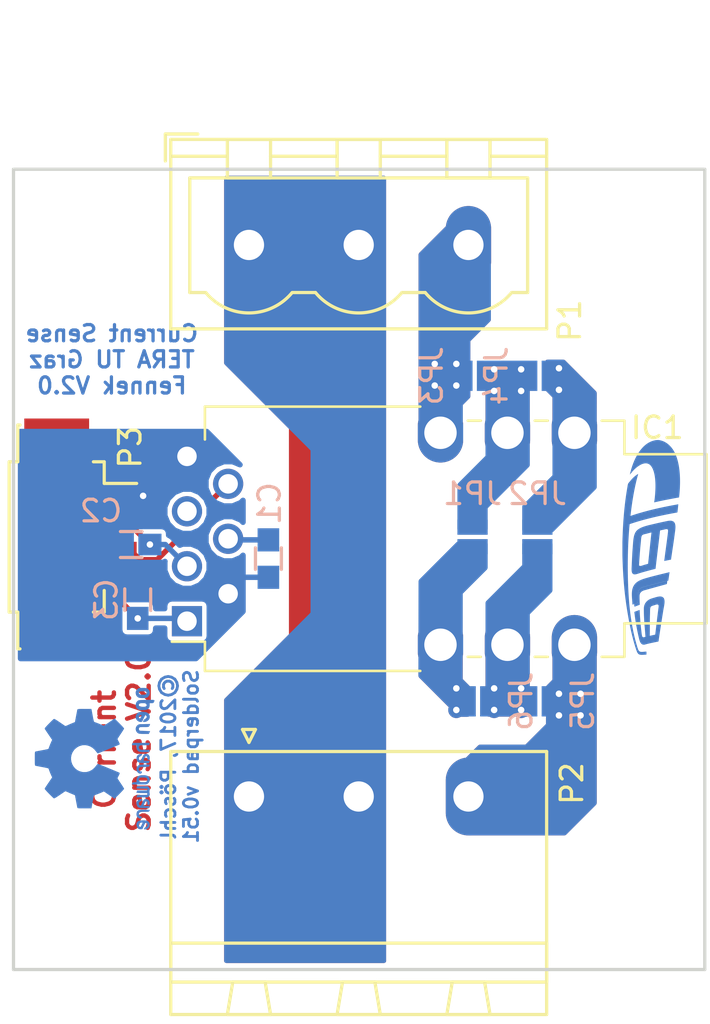
<source format=kicad_pcb>
(kicad_pcb (version 20171130) (host pcbnew 6.0.0-rc1-unknown-r14484-ed6c68a1)

  (general
    (thickness 1.6)
    (drawings 7)
    (tracks 43)
    (zones 0)
    (modules 19)
    (nets 14)
  )

  (page A4)
  (title_block
    (company "TERA TU Graz")
  )

  (layers
    (0 F.Cu signal)
    (31 B.Cu signal)
    (32 B.Adhes user)
    (33 F.Adhes user)
    (34 B.Paste user)
    (35 F.Paste user)
    (36 B.SilkS user hide)
    (37 F.SilkS user hide)
    (38 B.Mask user)
    (39 F.Mask user)
    (40 Dwgs.User user)
    (41 Cmts.User user)
    (42 Eco1.User user)
    (43 Eco2.User user)
    (44 Edge.Cuts user)
    (45 Margin user)
    (46 B.CrtYd user)
    (47 F.CrtYd user)
    (48 B.Fab user)
    (49 F.Fab user)
  )

  (setup
    (last_trace_width 0.25)
    (user_trace_width 0.25)
    (user_trace_width 0.5)
    (user_trace_width 0.75)
    (user_trace_width 1)
    (user_trace_width 1.25)
    (user_trace_width 1.5)
    (user_trace_width 1.75)
    (user_trace_width 2)
    (trace_clearance 0.2)
    (zone_clearance 0.2)
    (zone_45_only no)
    (trace_min 0.2)
    (via_size 0.75)
    (via_drill 0.3)
    (via_min_size 0.65)
    (via_min_drill 0.2)
    (user_via 0.65 0.2)
    (user_via 0.75 0.3)
    (user_via 0.85 0.4)
    (user_via 0.95 0.5)
    (uvia_size 0.3)
    (uvia_drill 0.1)
    (uvias_allowed no)
    (uvia_min_size 0.2)
    (uvia_min_drill 0.1)
    (edge_width 0.15)
    (segment_width 0.2)
    (pcb_text_width 0.3)
    (pcb_text_size 1.5 1.5)
    (mod_edge_width 0.15)
    (mod_text_size 1 1)
    (mod_text_width 0.15)
    (pad_size 1.524 1.524)
    (pad_drill 0.8)
    (pad_to_mask_clearance 0.075)
    (solder_mask_min_width 0.06)
    (aux_axis_origin 113 69)
    (grid_origin 113 69)
    (visible_elements FFFFFF7F)
    (pcbplotparams
      (layerselection 0x010f0_ffffffff)
      (usegerberextensions false)
      (usegerberattributes false)
      (usegerberadvancedattributes false)
      (creategerberjobfile false)
      (excludeedgelayer true)
      (linewidth 0.100000)
      (plotframeref false)
      (viasonmask true)
      (mode 1)
      (useauxorigin true)
      (hpglpennumber 1)
      (hpglpenspeed 20)
      (hpglpendiameter 15.000000)
      (psnegative false)
      (psa4output false)
      (plotreference true)
      (plotvalue true)
      (plotinvisibletext false)
      (padsonsilk false)
      (subtractmaskfromsilk true)
      (outputformat 1)
      (mirror false)
      (drillshape 0)
      (scaleselection 1)
      (outputdirectory "gerber"))
  )

  (net 0 "")
  (net 1 "Net-(IC1-Pad5)")
  (net 2 /HV+_out)
  (net 3 /HV+_In)
  (net 4 /Standby)
  (net 5 GND)
  (net 6 /Signal)
  (net 7 VCC)
  (net 8 /HV-)
  (net 9 "Net-(C1-Pad1)")
  (net 10 "Net-(IC1-Pad12)")
  (net 11 "Net-(IC1-Pad13)")
  (net 12 "Net-(IC1-Pad10)")
  (net 13 "Net-(IC1-Pad9)")

  (net_class Default "This is the default net class."
    (clearance 0.2)
    (trace_width 0.25)
    (via_dia 0.75)
    (via_drill 0.3)
    (uvia_dia 0.3)
    (uvia_drill 0.1)
    (add_net /HV+_In)
    (add_net /HV+_out)
    (add_net /HV-)
    (add_net /Signal)
    (add_net /Standby)
    (add_net GND)
    (add_net "Net-(C1-Pad1)")
    (add_net "Net-(IC1-Pad10)")
    (add_net "Net-(IC1-Pad12)")
    (add_net "Net-(IC1-Pad13)")
    (add_net "Net-(IC1-Pad5)")
    (add_net "Net-(IC1-Pad9)")
    (add_net VCC)
  )

  (module tera_atomic_ic:HO_25-NP_SP33 (layer F.Cu) (tedit 5BFA6CB5) (tstamp 5BF04D25)
    (at 132.766162 86.084929)
    (descr "LEM HO 8/15/25-NP Current Transducer (https://www.lem.com/sites/default/files/products_datasheets/ho-np-0000_series.pdf)")
    (tags "current transducer")
    (path /59360AFD)
    (fp_text reference IC1 (at 10.033838 -5.134929) (layer F.SilkS)
      (effects (font (size 1 1) (thickness 0.15)))
    )
    (fp_text value HO_25-NP/SP33 (at 5.083838 3.015071) (layer F.Fab)
      (effects (font (size 1 1) (thickness 0.15)))
    )
    (fp_line (start -0.795 6) (end -0.795 5.35) (layer F.Fab) (width 0.1))
    (fp_line (start -0.795 -6) (end -0.795 -5.35) (layer F.Fab) (width 0.1))
    (fp_line (start -10.795 -6) (end -0.795 -6) (layer F.Fab) (width 0.1))
    (fp_line (start -0.795 5.35) (end 8.405 5.35) (layer F.Fab) (width 0.1))
    (fp_line (start -10.905 -6.11) (end -10.905 -4.59) (layer F.SilkS) (width 0.12))
    (fp_line (start -10.905 6.11) (end -10.905 4.76) (layer F.SilkS) (width 0.12))
    (fp_line (start 12.455 -6.53) (end -12.685 -6.53) (layer F.CrtYd) (width 0.05))
    (fp_line (start 12.455 6.53) (end 12.455 -6.53) (layer F.CrtYd) (width 0.05))
    (fp_line (start -12.685 6.53) (end 12.455 6.53) (layer F.CrtYd) (width 0.05))
    (fp_line (start -12.685 -6.53) (end -12.685 6.53) (layer F.CrtYd) (width 0.05))
    (fp_text user %R (at -9.816162 5.315071) (layer F.Fab)
      (effects (font (size 1 1) (thickness 0.15)))
    )
    (fp_line (start -0.935 -6.11) (end -10.905 -6.11) (layer F.SilkS) (width 0.12))
    (fp_line (start 8.515 -3.91) (end 8.515 -5.46) (layer F.SilkS) (width 0.12))
    (fp_line (start 12.315 -3.91) (end 8.515 -3.91) (layer F.SilkS) (width 0.12))
    (fp_line (start 12.315 3.91) (end 12.315 -3.91) (layer F.SilkS) (width 0.12))
    (fp_line (start 8.515 3.91) (end 12.315 3.91) (layer F.SilkS) (width 0.12))
    (fp_line (start 8.515 5.46) (end 8.515 3.91) (layer F.SilkS) (width 0.12))
    (fp_line (start -10.905 6.11) (end -0.935 6.11) (layer F.SilkS) (width 0.12))
    (fp_line (start -0.795 6) (end -10.795 6) (layer F.Fab) (width 0.1))
    (fp_line (start 8.405 3.8) (end 8.405 5.35) (layer F.Fab) (width 0.1))
    (fp_line (start 12.205 3.8) (end 8.405 3.8) (layer F.Fab) (width 0.1))
    (fp_line (start 8.405 -3.8) (end 8.405 -5.35) (layer F.Fab) (width 0.1))
    (fp_line (start 12.205 -3.8) (end 8.405 -3.8) (layer F.Fab) (width 0.1))
    (fp_line (start -0.795 -5.35) (end 8.405 -5.35) (layer F.Fab) (width 0.1))
    (fp_line (start -10.795 -6) (end -10.795 6) (layer F.Fab) (width 0.1))
    (fp_line (start 12.205 3.8) (end 12.205 -3.8) (layer F.Fab) (width 0.1))
    (fp_line (start -10.795 4.31) (end -10.295 3.81) (layer F.Fab) (width 0.1))
    (fp_line (start -10.295 3.81) (end -10.795 3.31) (layer F.Fab) (width 0.1))
    (fp_line (start -10.905 4.76) (end -12.435 4.76) (layer F.SilkS) (width 0.12))
    (fp_line (start 1.265 5.46) (end 1.865 5.46) (layer F.SilkS) (width 0.12))
    (fp_line (start 4.365 5.46) (end 4.965 5.46) (layer F.SilkS) (width 0.12))
    (fp_line (start 7.465 5.46) (end 8.505 5.46) (layer F.SilkS) (width 0.12))
    (fp_line (start 1.265 -5.46) (end 1.865 -5.46) (layer F.SilkS) (width 0.12))
    (fp_line (start 4.365 -5.46) (end 4.965 -5.46) (layer F.SilkS) (width 0.12))
    (fp_line (start 7.465 -5.46) (end 8.505 -5.46) (layer F.SilkS) (width 0.12))
    (pad 1 thru_hole rect (at -11.735 3.81 90) (size 1.4 1.4) (drill 0.9) (layers *.Cu *.Mask)
      (net 7 VCC))
    (pad 7 thru_hole circle (at -11.735 -3.81 90) (size 1.4 1.4) (drill 0.9) (layers *.Cu *.Mask)
      (net 5 GND))
    (pad 5 thru_hole circle (at -11.735 -1.27 90) (size 1.4 1.4) (drill 0.9) (layers *.Cu *.Mask)
      (net 1 "Net-(IC1-Pad5)"))
    (pad 3 thru_hole circle (at -11.735 1.27 90) (size 1.4 1.4) (drill 0.9) (layers *.Cu *.Mask)
      (net 6 /Signal))
    (pad 2 thru_hole circle (at -9.83 2.54 90) (size 1.4 1.4) (drill 0.9) (layers *.Cu *.Mask)
      (net 5 GND))
    (pad 6 thru_hole circle (at -9.83 -2.54 90) (size 1.4 1.4) (drill 0.9) (layers *.Cu *.Mask)
      (net 4 /Standby))
    (pad 4 thru_hole circle (at -9.83 0 90) (size 1.4 1.4) (drill 0.9) (layers *.Cu *.Mask)
      (net 9 "Net-(C1-Pad1)"))
    (pad 9 thru_hole oval (at 3.1 -4.9 90) (size 2.75 2.1) (drill 1.5) (layers *.Cu *.Mask)
      (net 13 "Net-(IC1-Pad9)"))
    (pad 8 thru_hole oval (at 0 -4.9 90) (size 2.75 2.1) (drill 1.5) (layers *.Cu *.Mask)
      (net 3 /HV+_In))
    (pad 10 thru_hole oval (at 6.2 -4.9 90) (size 2.75 2.1) (drill 1.5) (layers *.Cu *.Mask)
      (net 12 "Net-(IC1-Pad10)"))
    (pad 11 thru_hole oval (at 6.2 4.9 90) (size 2.75 2.1) (drill 1.5) (layers *.Cu *.Mask)
      (net 2 /HV+_out))
    (pad 13 thru_hole oval (at 0 4.9 90) (size 2.75 2.1) (drill 1.5) (layers *.Cu *.Mask)
      (net 11 "Net-(IC1-Pad13)"))
    (pad 12 thru_hole oval (at 3.1 4.9 90) (size 2.75 2.1) (drill 1.5) (layers *.Cu *.Mask)
      (net 10 "Net-(IC1-Pad12)"))
    (model ${KISYS3DMOD}/Sensor_Current.3dshapes/LEM_HO8-NP.wrl
      (at (xyz 0 0 0))
      (scale (xyz 1 1 1))
      (rotate (xyz 0 0 0))
    )
  )

  (module tera_logos:TERA_TextOnly_Cu_2.5x9.5mm (layer B.Cu) (tedit 586FBC61) (tstamp 5937D866)
    (at 142.5 86.8 270)
    (descr "Imported from TERA_TextOnly_Cu.svg")
    (tags svg2mod)
    (attr smd)
    (fp_text reference svg2mod (at 0 4.45995 270) (layer B.SilkS) hide
      (effects (font (size 1.524 1.524) (thickness 0.3048)) (justify mirror))
    )
    (fp_text value G*** (at 0 -4.45995 270) (layer B.SilkS) hide
      (effects (font (size 1.524 1.524) (thickness 0.3048)) (justify mirror))
    )
    (fp_poly (pts (xy 4.627814 0.545546) (xy 4.638286 0.52065) (xy 4.64539 0.492767) (xy 4.649629 0.462455)
      (xy 4.651504 0.430272) (xy 4.65152 0.396779) (xy 4.650179 0.362532) (xy 4.647984 0.328091)
      (xy 4.645436 0.294015) (xy 4.64304 0.260861) (xy 4.641298 0.229189) (xy 4.640712 0.199558)
      (xy 4.605535 0.199966) (xy 4.569231 0.199225) (xy 4.533939 0.199467) (xy 4.501796 0.202825)
      (xy 4.501899 0.232159) (xy 4.503684 0.263386) (xy 4.506485 0.295898) (xy 4.509636 0.329087)
      (xy 4.51247 0.362345) (xy 4.514323 0.395066) (xy 4.514529 0.426641) (xy 4.512421 0.456464)
      (xy 4.507333 0.483925) (xy 4.4986 0.508417) (xy 4.485556 0.529334) (xy 4.469045 0.545527)
      (xy 4.447394 0.560598) (xy 4.421536 0.574615) (xy 4.392404 0.587648) (xy 4.360932 0.599765)
      (xy 4.32805 0.611035) (xy 4.294694 0.621528) (xy 4.261794 0.631312) (xy 4.230285 0.640456)
      (xy 4.201098 0.64903) (xy 4.170352 0.65815) (xy 4.13945 0.667156) (xy 4.108393 0.676049)
      (xy 4.077185 0.684829) (xy 4.045826 0.693497) (xy 4.014319 0.702053) (xy 3.982666 0.710497)
      (xy 3.950868 0.71883) (xy 3.918928 0.727051) (xy 3.886847 0.735162) (xy 3.854627 0.743162)
      (xy 3.822271 0.751052) (xy 3.78978 0.758833) (xy 3.757156 0.766504) (xy 3.724402 0.774065)
      (xy 3.691518 0.781519) (xy 3.658507 0.788863) (xy 3.625371 0.7961) (xy 3.592112 0.803229)
      (xy 3.558732 0.81025) (xy 3.525232 0.817164) (xy 3.491615 0.823972) (xy 3.457882 0.830673)
      (xy 3.424036 0.837268) (xy 3.390078 0.843757) (xy 3.356011 0.850141) (xy 3.321836 0.856419)
      (xy 3.287555 0.862593) (xy 3.25317 0.868663) (xy 3.218683 0.874628) (xy 3.184096 0.88049)
      (xy 3.149411 0.886248) (xy 3.11463 0.891904) (xy 3.079754 0.897456) (xy 3.044786 0.902906)
      (xy 3.009728 0.908254) (xy 2.974581 0.913501) (xy 2.939348 0.918645) (xy 2.90403 0.923689)
      (xy 2.86863 0.928632) (xy 2.833148 0.933475) (xy 2.797588 0.938218) (xy 2.761951 0.94286)
      (xy 2.726239 0.947404) (xy 2.690454 0.951848) (xy 2.654598 0.956194) (xy 2.618673 0.960441)
      (xy 2.58268 0.964591) (xy 2.546623 0.968642) (xy 2.510501 0.972596) (xy 2.474319 0.976453)
      (xy 2.438076 0.980214) (xy 2.401777 0.983878) (xy 2.365421 0.987446) (xy 2.329012 0.990918)
      (xy 2.292551 0.994295) (xy 2.25604 0.997576) (xy 2.219481 1.000763) (xy 2.182877 1.003856)
      (xy 2.146228 1.006855) (xy 2.109537 1.00976) (xy 2.072805 1.012571) (xy 2.036036 1.01529)
      (xy 1.99923 1.017916) (xy 1.962389 1.020449) (xy 1.925516 1.022891) (xy 1.888613 1.02524)
      (xy 1.851681 1.027499) (xy 1.814722 1.029666) (xy 1.777738 1.031743) (xy 1.740732 1.033729)
      (xy 1.705363 1.035557) (xy 1.669943 1.037329) (xy 1.634472 1.039047) (xy 1.598952 1.04071)
      (xy 1.563387 1.042318) (xy 1.527776 1.043872) (xy 1.492124 1.04537) (xy 1.45643 1.046814)
      (xy 1.420698 1.048203) (xy 1.384929 1.049536) (xy 1.349126 1.050815) (xy 1.313289 1.052039)
      (xy 1.277421 1.053207) (xy 1.241525 1.054321) (xy 1.205601 1.055379) (xy 1.169652 1.056383)
      (xy 1.13368 1.057331) (xy 1.097686 1.058224) (xy 1.061673 1.059061) (xy 1.025643 1.059844)
      (xy 0.989597 1.060571) (xy 0.953538 1.061243) (xy 0.917467 1.061859) (xy 0.881386 1.062421)
      (xy 0.845297 1.062926) (xy 0.809203 1.063377) (xy 0.773105 1.063772) (xy 0.737004 1.064111)
      (xy 0.700904 1.064395) (xy 0.664805 1.064624) (xy 0.62871 1.064797) (xy 0.592621 1.064914)
      (xy 0.55654 1.064975) (xy 0.520468 1.064982) (xy 0.484408 1.064932) (xy 0.448361 1.064827)
      (xy 0.41233 1.064665) (xy 0.376316 1.064449) (xy 0.340321 1.064176) (xy 0.304347 1.063848)
      (xy 0.268397 1.063463) (xy 0.232471 1.063023) (xy 0.196573 1.062527) (xy 0.160703 1.061975)
      (xy 0.124865 1.061367) (xy 0.089059 1.060704) (xy 0.053287 1.059984) (xy 0.017553 1.059208)
      (xy -0.018143 1.058376) (xy -0.053799 1.057488) (xy -0.089412 1.056544) (xy -0.12498 1.055543)
      (xy -0.160503 1.054487) (xy -0.195977 1.053374) (xy -0.231401 1.052205) (xy -0.266773 1.05098)
      (xy -0.302091 1.049698) (xy -0.337353 1.04836) (xy -0.372557 1.046966) (xy -0.407701 1.045516)
      (xy -0.442783 1.044009) (xy -0.477802 1.042446) (xy -0.512755 1.040826) (xy -0.547641 1.039149)
      (xy -0.582457 1.037417) (xy -0.617201 1.035627) (xy -0.651873 1.033781) (xy -0.686469 1.031879)
      (xy -0.720987 1.02992) (xy -0.755427 1.027904) (xy -0.789786 1.025831) (xy -0.824061 1.023702)
      (xy -0.858252 1.021516) (xy -0.892356 1.019273) (xy -0.926371 1.016974) (xy -0.960295 1.014618)
      (xy -0.994126 1.012204) (xy -1.027863 1.009734) (xy -1.061504 1.007207) (xy -1.095046 1.004624)
      (xy -1.128487 1.001983) (xy -1.161826 0.999285) (xy -1.195061 0.99653) (xy -1.22819 0.993718)
      (xy -1.261211 0.990849) (xy -1.294121 0.987923) (xy -1.32692 0.98494) (xy -1.359605 0.981899)
      (xy -1.392174 0.978802) (xy -1.402911 0.947209) (xy -1.413555 0.915522) (xy -1.424107 0.883744)
      (xy -1.434567 0.851874) (xy -1.444937 0.819913) (xy -1.455217 0.787862) (xy -1.465408 0.755723)
      (xy -1.47551 0.723495) (xy -1.485526 0.69118) (xy -1.495454 0.658778) (xy -1.505297 0.626291)
      (xy -1.515055 0.593718) (xy -1.524729 0.561062) (xy -1.534319 0.528322) (xy -1.543827 0.4955)
      (xy -1.553253 0.462596) (xy -1.562598 0.429612) (xy -1.571864 0.396547) (xy -1.58105 0.363404)
      (xy -1.590158 0.330182) (xy -1.599188 0.296882) (xy -1.608141 0.263506) (xy -1.617018 0.230054)
      (xy -1.625821 0.196527) (xy -1.634549 0.162926) (xy -1.643203 0.129251) (xy -1.651785 0.095503)
      (xy -1.660295 0.061684) (xy -1.668734 0.027794) (xy -1.677103 -0.006166) (xy -1.685402 -0.040196)
      (xy -1.693632 -0.074294) (xy -1.701795 -0.108459) (xy -1.709891 -0.142692) (xy -1.717921 -0.17699)
      (xy -1.725886 -0.211354) (xy -1.733786 -0.245782) (xy -1.741622 -0.280274) (xy -1.749396 -0.314828)
      (xy -1.757107 -0.349445) (xy -1.764758 -0.384122) (xy -1.772347 -0.41886) (xy -1.779878 -0.453657)
      (xy -1.787349 -0.488513) (xy -1.794763 -0.523427) (xy -1.802119 -0.558397) (xy -1.80942 -0.593424)
      (xy -1.816664 -0.628506) (xy -1.823854 -0.663643) (xy -1.83099 -0.698833) (xy -1.838074 -0.734077)
      (xy -1.845104 -0.769372) (xy -1.852084 -0.804718) (xy -1.859013 -0.840115) (xy -1.865892 -0.875562)
      (xy -1.872722 -0.911058) (xy -1.879505 -0.946601) (xy -1.886239 -0.982191) (xy -1.892928 -1.017828)
      (xy -1.89957 -1.053511) (xy -1.906168 -1.089238) (xy -1.912722 -1.125009) (xy -1.919233 -1.160822)
      (xy -1.925701 -1.196679) (xy -1.932127 -1.232576) (xy -1.966062 -1.236682) (xy -2.000506 -1.240922)
      (xy -2.035321 -1.245233) (xy -2.070366 -1.24955) (xy -2.105503 -1.253812) (xy -2.140593 -1.257953)
      (xy -2.175495 -1.261911) (xy -2.210071 -1.265622) (xy -2.244181 -1.269022) (xy -2.277686 -1.272048)
      (xy -2.310447 -1.274637) (xy -2.304098 -1.238603) (xy -2.297703 -1.202616) (xy -2.291261 -1.166677)
      (xy -2.28477 -1.130785) (xy -2.278231 -1.094943) (xy -2.271642 -1.05915) (xy -2.265004 -1.023408)
      (xy -2.258315 -0.987716) (xy -2.251574 -0.952076) (xy -2.244781 -0.916489) (xy -2.237935 -0.880954)
      (xy -2.231036 -0.845474) (xy -2.224082 -0.810047) (xy -2.217074 -0.774676) (xy -2.21001 -0.73936)
      (xy -2.20289 -0.704101) (xy -2.195712 -0.6689) (xy -2.188477 -0.633756) (xy -2.181184 -0.59867)
      (xy -2.173831 -0.563644) (xy -2.166419 -0.528678) (xy -2.158946 -0.493773) (xy -2.151412 -0.458928)
      (xy -2.143815 -0.424146) (xy -2.136157 -0.389427) (xy -2.128435 -0.354771) (xy -2.120649 -0.320179)
      (xy -2.112799 -0.285652) (xy -2.104883 -0.25119) (xy -2.096901 -0.216795) (xy -2.088852 -0.182466)
      (xy -2.080736 -0.148205) (xy -2.072551 -0.114012) (xy -2.064298 -0.079888) (xy -2.055975 -0.045834)
      (xy -2.047582 -0.01185) (xy -2.039118 0.022062) (xy -2.030582 0.055903) (xy -2.021974 0.089672)
      (xy -2.013293 0.123368) (xy -2.004539 0.156989) (xy -1.995709 0.190537) (xy -1.986805 0.224009)
      (xy -1.977825 0.257405) (xy -1.968768 0.290725) (xy -1.959634 0.323967) (xy -1.950422 0.357132)
      (xy -1.941132 0.390218) (xy -1.931762 0.423224) (xy -1.922313 0.456151) (xy -1.912782 0.488996)
      (xy -1.90317 0.521761) (xy -1.893476 0.554443) (xy -1.8837 0.587043) (xy -1.87384 0.619559)
      (xy -1.863895 0.65199) (xy -1.853866 0.684337) (xy -1.843751 0.716599) (xy -1.83355 0.748774)
      (xy -1.823262 0.780862) (xy -1.812886 0.812863) (xy -1.802422 0.844775) (xy -1.791869 0.876598)
      (xy -1.781226 0.908331) (xy -1.770493 0.939975) (xy -1.806744 0.935838) (xy -1.842932 0.93164)
      (xy -1.879057 0.927378) (xy -1.915119 0.923053) (xy -1.951115 0.918663) (xy -1.987046 0.914208)
      (xy -2.022911 0.909686) (xy -2.058709 0.905098) (xy -2.094438 0.900441) (xy -2.130099 0.895716)
      (xy -2.16569 0.890922) (xy -2.201211 0.886057) (xy -2.23666 0.881121) (xy -2.272038 0.876113)
      (xy -2.307343 0.871033) (xy -2.342574 0.865878) (xy -2.37773 0.86065) (xy -2.412812 0.855346)
      (xy -2.447817 0.849966) (xy -2.482745 0.84451) (xy -2.517596 0.838976) (xy -2.552368 0.833363)
      (xy -2.587061 0.827671) (xy -2.621673 0.821899) (xy -2.656205 0.816046) (xy -2.690655 0.810111)
      (xy -2.725023 0.804094) (xy -2.759307 0.797993) (xy -2.793507 0.791808) (xy -2.827622 0.785539)
      (xy -2.861651 0.779183) (xy -2.895593 0.772741) (xy -2.929448 0.766211) (xy -2.963215 0.759593)
      (xy -2.996893 0.752886) (xy -3.030481 0.746089) (xy -3.063978 0.739201) (xy -3.097384 0.732222)
      (xy -3.130698 0.72515) (xy -3.163918 0.717986) (xy -3.197045 0.710727) (xy -3.230077 0.703373)
      (xy -3.263013 0.695924) (xy -3.295853 0.688379) (xy -3.328596 0.680736) (xy -3.361241 0.672995)
      (xy -3.393787 0.665155) (xy -3.426233 0.657215) (xy -3.45858 0.649175) (xy -3.490825 0.641034)
      (xy -3.522968 0.63279) (xy -3.555008 0.624444) (xy -3.586944 0.615994) (xy -3.618776 0.607439)
      (xy -3.650503 0.598778) (xy -3.682124 0.590012) (xy -3.713638 0.581138) (xy -3.697205 0.609547)
      (xy -3.679661 0.637459) (xy -3.661078 0.664869) (xy -3.641531 0.691773) (xy -3.621091 0.718166)
      (xy -3.599832 0.744043) (xy -3.577828 0.7694) (xy -3.555151 0.794232) (xy -3.531875 0.818534)
      (xy -3.508073 0.842302) (xy -3.483817 0.865531) (xy -3.459182 0.888216) (xy -3.434241 0.910352)
      (xy -3.409065 0.931936) (xy -3.38373 0.952962) (xy -3.357924 0.974959) (xy -3.330972 0.998341)
      (xy -3.303354 1.020747) (xy -3.275554 1.039817) (xy -3.248053 1.05319) (xy -3.220789 1.061056)
      (xy -3.190422 1.067167) (xy -3.158163 1.072254) (xy -3.125222 1.077048) (xy -3.092808 1.08228)
      (xy -3.060692 1.087959) (xy -3.028473 1.09356) (xy -2.996151 1.099083) (xy -2.96373 1.104528)
      (xy -2.931209 1.109895) (xy -2.898591 1.115185) (xy -2.865876 1.120399) (xy -2.833066 1.125535)
      (xy -2.800162 1.130596) (xy -2.767165 1.13558) (xy -2.734077 1.140489) (xy -2.700898 1.145323)
      (xy -2.667631 1.150082) (xy -2.634277 1.154767) (xy -2.600836 1.159377) (xy -2.567311 1.163914)
      (xy -2.533702 1.168377) (xy -2.50001 1.172767) (xy -2.466238 1.177084) (xy -2.432385 1.18133)
      (xy -2.398455 1.185502) (xy -2.364447 1.189604) (xy -2.330363 1.193634) (xy -2.296205 1.197593)
      (xy -2.261973 1.201481) (xy -2.22767 1.205299) (xy -2.193296 1.209047) (xy -2.158852 1.212725)
      (xy -2.12434 1.216334) (xy -2.089762 1.219875) (xy -2.055118 1.223346) (xy -2.02041 1.22675)
      (xy -1.985639 1.230085) (xy -1.950806 1.233353) (xy -1.915913 1.236554) (xy -1.88096 1.239688)
      (xy -1.84595 1.242755) (xy -1.810884 1.245756) (xy -1.775762 1.248692) (xy -1.740587 1.251562)
      (xy -1.705358 1.254367) (xy -1.670079 1.257107) (xy -1.63475 1.259783) (xy -1.599371 1.262394)
      (xy -1.563946 1.264942) (xy -1.528474 1.267427) (xy -1.492957 1.269848) (xy -1.457397 1.272207)
      (xy -1.421795 1.274503) (xy -1.386151 1.276738) (xy -1.350468 1.278911) (xy -1.314747 1.281022)
      (xy -1.278988 1.283073) (xy -1.243194 1.285063) (xy -1.207365 1.286992) (xy -1.171502 1.288862)
      (xy -1.135608 1.290672) (xy -1.099684 1.292423) (xy -1.06373 1.294115) (xy -1.027748 1.295749)
      (xy -0.991739 1.297324) (xy -0.955704 1.298842) (xy -0.919646 1.300302) (xy -0.883564 1.301705)
      (xy -0.847461 1.303051) (xy -0.811338 1.304341) (xy -0.775196 1.305574) (xy -0.739036 1.306752)
      (xy -0.702859 1.307875) (xy -0.666668 1.308942) (xy -0.630462 1.309955) (xy -0.594244 1.310913)
      (xy -0.558015 1.311817) (xy 0.046472 1.311817) (xy 0.08264 1.310958) (xy 0.118776 1.310046)
      (xy 0.154878 1.309082) (xy 0.190948 1.308066) (xy 0.226985 1.306997) (xy 0.262987 1.305874)
      (xy 0.298956 1.304699) (xy 0.33489 1.303469) (xy 0.370789 1.302185) (xy 0.406653 1.300848)
      (xy 0.442481 1.299455) (xy 0.478274 1.298008) (xy 0.51403 1.296505) (xy 0.54975 1.294947)
      (xy 0.585432 1.293333) (xy 0.621077 1.291663) (xy 0.656685 1.289936) (xy 0.692254 1.288153)
      (xy 0.727785 1.286313) (xy 0.763277 1.284416) (xy 0.79873 1.282461) (xy 0.834143 1.280448)
      (xy 0.869516 1.278377) (xy 0.904849 1.276248) (xy 0.940141 1.27406) (xy 0.975393 1.271813)
      (xy 1.010603 1.269507) (xy 1.045771 1.267141) (xy 1.080897 1.264715) (xy 1.11598 1.262229)
      (xy 1.151021 1.259682) (xy 1.186018 1.257075) (xy 1.220972 1.254407) (xy 1.255882 1.251677)
      (xy 1.290748 1.248885) (xy 1.325569 1.246032) (xy 1.360345 1.243116) (xy 1.395075 1.240138)
      (xy 1.42976 1.237097) (xy 1.464399 1.233993) (xy 1.498991 1.230826) (xy 1.533536 1.227595)
      (xy 1.568034 1.2243) (xy 1.602485 1.22094) (xy 1.636887 1.217516) (xy 1.671242 1.214027)
      (xy 1.705547 1.210473) (xy 1.739804 1.206853) (xy 1.774011 1.203168) (xy 1.808168 1.199417)
      (xy 1.842275 1.195599) (xy 1.876332 1.191714) (xy 1.910338 1.187763) (xy 1.944293 1.183745)
      (xy 1.978196 1.179659) (xy 2.012047 1.175505) (xy 2.045846 1.171283) (xy 2.079592 1.166992)
      (xy 2.113285 1.162633) (xy 2.146925 1.158205) (xy 2.18051 1.153708) (xy 2.214042 1.149141)
      (xy 2.247519 1.144504) (xy 2.280942 1.139797) (xy 2.314309 1.13502) (xy 2.347621 1.130172)
      (xy 2.380876 1.125253) (xy 2.414076 1.120262) (xy 2.447218 1.1152) (xy 2.480304 1.110066)
      (xy 2.513332 1.10486) (xy 2.548993 1.099173) (xy 2.584629 1.093436) (xy 2.620237 1.087648)
      (xy 2.655817 1.081809) (xy 2.691365 1.075915) (xy 2.72688 1.069967) (xy 2.76236 1.063962)
      (xy 2.797803 1.0579) (xy 2.833207 1.051778) (xy 2.86857 1.045596) (xy 2.903891 1.039352)
      (xy 2.939166 1.033044) (xy 2.974396 1.026672) (xy 3.009576 1.020234) (xy 3.044706 1.013728)
      (xy 3.079784 1.007153) (xy 3.114807 1.000508) (xy 3.149774 0.993791) (xy 3.184683 0.987001)
      (xy 3.219531 0.980136) (xy 3.254317 0.973196) (xy 3.289039 0.966178) (xy 3.323696 0.959082)
      (xy 3.358284 0.951905) (xy 3.392802 0.944648) (xy 3.427249 0.937307) (xy 3.461622 0.929882)
      (xy 3.495919 0.922371) (xy 3.530138 0.914773) (xy 3.564278 0.907087) (xy 3.598337 0.899311)
      (xy 3.632312 0.891444) (xy 3.666202 0.883484) (xy 3.700004 0.87543) (xy 3.733717 0.86728)
      (xy 3.767339 0.859034) (xy 3.800868 0.85069) (xy 3.834302 0.842246) (xy 3.867639 0.833701)
      (xy 3.900877 0.825054) (xy 3.934014 0.816303) (xy 3.967048 0.807446) (xy 3.999978 0.798483)
      (xy 4.032801 0.789413) (xy 4.065515 0.780232) (xy 4.098119 0.770942) (xy 4.13061 0.761539)
      (xy 4.162987 0.752022) (xy 4.195247 0.74239) (xy 4.22739 0.732643) (xy 4.259412 0.722777)
      (xy 4.291312 0.712792) (xy 4.323088 0.702687) (xy 4.354738 0.69246) (xy 4.386259 0.68211)
      (xy 4.417651 0.671635) (xy 4.448957 0.660928) (xy 4.480454 0.649388) (xy 4.511328 0.636711)
      (xy 4.540764 0.622589) (xy 4.567948 0.606718) (xy 4.592066 0.588792) (xy 4.612302 0.568505)
      (xy 4.627843 0.545552) (xy 4.627814 0.545546)) (layer B.Cu) (width 0))
    (fp_poly (pts (xy 4.18159 0.338603) (xy 3.716034 -0.207728) (xy 3.723096 -0.175989) (xy 3.730211 -0.144302)
      (xy 3.737323 -0.112615) (xy 3.74438 -0.080875) (xy 3.751326 -0.049031) (xy 3.758109 -0.01703)
      (xy 3.764674 0.015181) (xy 3.770967 0.047654) (xy 3.737859 0.046553) (xy 3.704405 0.045615)
      (xy 3.670627 0.044827) (xy 3.636546 0.044177) (xy 3.602184 0.043651) (xy 3.567562 0.043236)
      (xy 3.532702 0.04292) (xy 3.497626 0.04269) (xy 3.462355 0.042532) (xy 3.426911 0.042434)
      (xy 3.391316 0.042382) (xy 3.35559 0.042365) (xy 3.319757 0.042368) (xy 3.283836 0.042379)
      (xy 3.247851 0.042385) (xy 3.211822 0.042373) (xy 3.175772 0.042329) (xy 3.139721 0.042242)
      (xy 3.103692 0.042098) (xy 3.067706 0.041885) (xy 3.031784 0.041588) (xy 2.995949 0.041196)
      (xy 2.960222 0.040695) (xy 2.924624 0.040072) (xy 2.889177 0.039315) (xy 2.853903 0.038411)
      (xy 2.818824 0.037346) (xy 2.78396 0.036107) (xy 2.749334 0.034682) (xy 2.714428 0.033641)
      (xy 2.679133 0.033229) (xy 2.643891 0.033027) (xy 2.609144 0.032617) (xy 2.575333 0.031581)
      (xy 2.542901 0.0295) (xy 2.512288 0.025955) (xy 2.483936 0.020528) (xy 2.458287 0.0128)
      (xy 2.435783 0.002354) (xy 2.416787 -0.01356) (xy 2.401148 -0.036193) (xy 2.388165 -0.063812)
      (xy 2.377138 -0.094689) (xy 2.367365 -0.127093) (xy 2.358146 -0.159292) (xy 2.349077 -0.186572)
      (xy 2.33793 -0.218562) (xy 2.327693 -0.252756) (xy 2.321353 -0.28665) (xy 2.321895 -0.317737)
      (xy 2.332307 -0.34351) (xy 2.349431 -0.356619) (xy 2.3743 -0.36329) (xy 2.404051 -0.365069)
      (xy 2.43582 -0.363499) (xy 2.466743 -0.360126) (xy 2.493956 -0.356495) (xy 2.529264 -0.351811)
      (xy 2.564538 -0.347171) (xy 2.599776 -0.342574) (xy 2.634982 -0.338019) (xy 2.670155 -0.333503)
      (xy 2.705298 -0.329025) (xy 2.74041 -0.324583) (xy 2.775494 -0.320175) (xy 2.81055 -0.315799)
      (xy 2.84558 -0.311455) (xy 2.880584 -0.307139) (xy 2.915564 -0.302851) (xy 2.950521 -0.298588)
      (xy 2.985456 -0.294348) (xy 3.02037 -0.290131) (xy 3.055265 -0.285935) (xy 3.090141 -0.281756)
      (xy 3.125 -0.277595) (xy 3.159842 -0.273448) (xy 3.194669 -0.269315) (xy 3.229483 -0.265193)
      (xy 3.264283 -0.261082) (xy 3.299072 -0.256978) (xy 3.33385 -0.25288) (xy 3.368618 -0.248788)
      (xy 3.403379 -0.244697) (xy 3.438132 -0.240608) (xy 3.472879 -0.236519) (xy 3.507621 -0.232427)
      (xy 3.542359 -0.22833) (xy 3.577095 -0.224228) (xy 3.611829 -0.220118) (xy 3.646563 -0.215999)
      (xy 3.681297 -0.211868) (xy 3.716034 -0.207725) (xy 3.716034 -0.207728) (xy 4.18159 0.338603)
      (xy 4.181663 0.309397) (xy 4.177615 0.280042) (xy 4.170735 0.25068) (xy 4.162315 0.221455)
      (xy 4.153646 0.192507) (xy 4.146018 0.16398) (xy 4.138606 0.132428) (xy 4.131216 0.100526)
      (xy 4.12386 0.06832) (xy 4.116547 0.035858) (xy 4.109289 0.003187) (xy 4.102096 -0.029646)
      (xy 4.094978 -0.062593) (xy 4.087946 -0.095608) (xy 4.081011 -0.128644) (xy 4.074184 -0.161652)
      (xy 4.067474 -0.194587) (xy 4.060893 -0.2274) (xy 4.05445 -0.260045) (xy 4.048158 -0.292474)
      (xy 4.042025 -0.324641) (xy 4.036063 -0.356498) (xy 4.001098 -0.361737) (xy 3.96618 -0.36697)
      (xy 3.931305 -0.372197) (xy 3.896472 -0.37742) (xy 3.861677 -0.382639) (xy 3.826918 -0.387856)
      (xy 3.792192 -0.393072) (xy 3.757497 -0.398288) (xy 3.72283 -0.403505) (xy 3.688189 -0.408724)
      (xy 3.653571 -0.413946) (xy 3.618974 -0.419172) (xy 3.584394 -0.424404) (xy 3.549829 -0.429642)
      (xy 3.515277 -0.434887) (xy 3.480735 -0.440142) (xy 3.4462 -0.445406) (xy 3.411671 -0.450681)
      (xy 3.377143 -0.455968) (xy 3.342615 -0.461268) (xy 3.308084 -0.466582) (xy 3.273547 -0.471911)
      (xy 3.239002 -0.477257) (xy 3.204447 -0.48262) (xy 3.169878 -0.488002) (xy 3.135293 -0.493403)
      (xy 3.100689 -0.498825) (xy 3.066064 -0.504269) (xy 3.031416 -0.509735) (xy 2.996741 -0.515226)
      (xy 2.962037 -0.520742) (xy 2.927301 -0.526284) (xy 2.892531 -0.531853) (xy 2.857725 -0.53745)
      (xy 2.822879 -0.543077) (xy 2.787991 -0.548735) (xy 2.753058 -0.554424) (xy 2.718079 -0.560146)
      (xy 2.683049 -0.565902) (xy 2.647967 -0.571692) (xy 2.61283 -0.577519) (xy 2.577636 -0.583383)
      (xy 2.542381 -0.589285) (xy 2.516033 -0.5939) (xy 2.48833 -0.599036) (xy 2.459478 -0.60451)
      (xy 2.429683 -0.610136) (xy 2.399153 -0.615729) (xy 2.368094 -0.621103) (xy 2.336712 -0.626074)
      (xy 2.305214 -0.630457) (xy 2.273806 -0.634067) (xy 2.242696 -0.636718) (xy 2.212089 -0.638226)
      (xy 2.182192 -0.638406) (xy 2.153212 -0.637071) (xy 2.125355 -0.634039) (xy 2.098828 -0.629122)
      (xy 2.073837 -0.622137) (xy 2.050589 -0.612899) (xy 2.029291 -0.601221) (xy 2.010148 -0.58692)
      (xy 1.993367 -0.56981) (xy 1.979156 -0.549706) (xy 1.96772 -0.526422) (xy 1.959267 -0.499775)
      (xy 1.954002 -0.469579) (xy 1.951915 -0.436324) (xy 1.952775 -0.402926) (xy 1.956119 -0.369585)
      (xy 1.961487 -0.336499) (xy 1.968417 -0.303867) (xy 1.976449 -0.271888) (xy 1.985122 -0.240763)
      (xy 1.993974 -0.210688) (xy 2.002545 -0.181865) (xy 2.012332 -0.147808) (xy 2.021702 -0.114687)
      (xy 2.031023 -0.082455) (xy 2.040663 -0.051064) (xy 2.050992 -0.02047) (xy 2.062379 0.009377)
      (xy 2.07519 0.038521) (xy 2.089796 0.06701) (xy 2.105941 0.094337) (xy 2.123432 0.120476)
      (xy 2.14227 0.145353) (xy 2.162456 0.168891) (xy 2.18399 0.191014) (xy 2.206873 0.211646)
      (xy 2.231106 0.23071) (xy 2.256689 0.248133) (xy 2.283623 0.263836) (xy 2.311909 0.277744)
      (xy 2.341547 0.289782) (xy 2.372538 0.299873) (xy 2.404884 0.307942) (xy 2.438583 0.313912)
      (xy 2.473638 0.317707) (xy 2.510049 0.319252) (xy 2.547244 0.319538) (xy 2.584201 0.319596)
      (xy 2.620928 0.319435) (xy 2.65743 0.319063) (xy 2.693716 0.318489) (xy 2.729792 0.317722)
      (xy 2.765666 0.316771) (xy 2.801344 0.315646) (xy 2.836834 0.314354) (xy 2.872143 0.312906)
      (xy 2.907279 0.311309) (xy 2.942247 0.309573) (xy 2.977056 0.307707) (xy 3.011712 0.30572)
      (xy 3.046223 0.30362) (xy 3.080596 0.301417) (xy 3.114837 0.29912) (xy 3.148955 0.296736)
      (xy 3.182956 0.294277) (xy 3.216847 0.291749) (xy 3.250635 0.289163) (xy 3.284328 0.286527)
      (xy 3.317933 0.28385) (xy 3.351456 0.281141) (xy 3.384906 0.278409) (xy 3.418288 0.275663)
      (xy 3.451611 0.272912) (xy 3.484881 0.270165) (xy 3.518106 0.267431) (xy 3.551292 0.264718)
      (xy 3.584447 0.262035) (xy 3.617578 0.259393) (xy 3.650692 0.256799) (xy 3.683796 0.254262)
      (xy 3.716897 0.251791) (xy 3.750003 0.249396) (xy 3.78312 0.247085) (xy 3.816256 0.244868)
      (xy 3.824797 0.27177) (xy 3.834499 0.302411) (xy 3.839949 0.334174) (xy 3.835735 0.364443)
      (xy 3.82479 0.378975) (xy 3.805142 0.391206) (xy 3.778595 0.40138) (xy 3.746954 0.409743)
      (xy 3.712021 0.416539) (xy 3.675602 0.422014) (xy 3.6395 0.426411) (xy 3.605518 0.429977)
      (xy 3.57546 0.432956) (xy 3.551131 0.435593) (xy 3.517332 0.439677) (xy 3.483318 0.443666)
      (xy 3.449104 0.447562) (xy 3.414705 0.451364) (xy 3.380139 0.455073) (xy 3.345419 0.458691)
      (xy 3.310563 0.462217) (xy 3.275585 0.465653) (xy 3.240501 0.468999) (xy 3.205328 0.472256)
      (xy 3.17008 0.475425) (xy 3.134773 0.478506) (xy 3.099424 0.481501) (xy 3.064047 0.484409)
      (xy 3.028659 0.487232) (xy 2.993275 0.489969) (xy 2.957911 0.492623) (xy 2.922582 0.495194)
      (xy 2.887305 0.497682) (xy 2.852094 0.500088) (xy 2.816966 0.502413) (xy 2.781936 0.504658)
      (xy 2.74702 0.506823) (xy 2.712234 0.508908) (xy 2.677593 0.510916) (xy 2.643114 0.512846)
      (xy 2.60881 0.514699) (xy 2.5747 0.516476) (xy 2.586046 0.546773) (xy 2.597515 0.578851)
      (xy 2.609101 0.611821) (xy 2.620797 0.644797) (xy 2.632598 0.67689) (xy 2.644499 0.707212)
      (xy 2.656493 0.734877) (xy 2.668576 0.758996) (xy 2.703689 0.75521) (xy 2.738819 0.751258)
      (xy 2.773961 0.747144) (xy 2.809109 0.742871) (xy 2.844258 0.738442) (xy 2.879403 0.733859)
      (xy 2.914536 0.729128) (xy 2.949654 0.724249) (xy 2.98475 0.719228) (xy 3.019819 0.714066)
      (xy 3.054855 0.708767) (xy 3.089853 0.703335) (xy 3.124806 0.697772) (xy 3.15971 0.692082)
      (xy 3.194558 0.686267) (xy 3.229346 0.680332) (xy 3.264067 0.674279) (xy 3.298716 0.668111)
      (xy 3.333288 0.661832) (xy 3.367776 0.655444) (xy 3.402176 0.648951) (xy 3.436481 0.642357)
      (xy 3.470686 0.635664) (xy 3.504785 0.628875) (xy 3.538774 0.621994) (xy 3.572645 0.615023)
      (xy 3.606394 0.607967) (xy 3.640015 0.600828) (xy 3.673502 0.593609) (xy 3.70685 0.586314)
      (xy 3.740054 0.578946) (xy 3.773107 0.571508) (xy 3.806004 0.564002) (xy 3.838739 0.556433)
      (xy 3.871307 0.548804) (xy 3.901121 0.541658) (xy 3.932012 0.533789) (xy 3.963416 0.524984)
      (xy 3.994769 0.515031) (xy 4.025507 0.503715) (xy 4.055065 0.490824) (xy 4.082881 0.476145)
      (xy 4.108389 0.459466) (xy 4.131027 0.440573) (xy 4.15023 0.419253) (xy 4.165434 0.395293)
      (xy 4.176075 0.368481) (xy 4.18159 0.338603)) (layer B.Cu) (width 0))
    (fp_poly (pts (xy 0.922637 0.797683) (xy 0.495892 0.319258) (xy 0.502917 0.340082) (xy 0.513288 0.368437)
      (xy 0.524701 0.401458) (xy 0.534853 0.436283) (xy 0.541442 0.47005) (xy 0.542164 0.499895)
      (xy 0.534717 0.522955) (xy 0.513331 0.537284) (xy 0.480587 0.540792) (xy 0.440958 0.539057)
      (xy 0.407509 0.537101) (xy 0.373822 0.535079) (xy 0.339913 0.532993) (xy 0.305798 0.530843)
      (xy 0.271492 0.528629) (xy 0.237011 0.526353) (xy 0.202372 0.524015) (xy 0.16759 0.521616)
      (xy 0.132681 0.519157) (xy 0.097661 0.516637) (xy 0.062545 0.514059) (xy 0.02735 0.511422)
      (xy -0.007909 0.508727) (xy -0.043216 0.505975) (xy -0.078555 0.503167) (xy -0.11391 0.500303)
      (xy -0.149266 0.497384) (xy -0.184605 0.494411) (xy -0.219914 0.491384) (xy -0.255175 0.488304)
      (xy -0.290374 0.485171) (xy -0.325493 0.481987) (xy -0.360518 0.478753) (xy -0.395432 0.475468)
      (xy -0.43022 0.472133) (xy -0.464866 0.46875) (xy -0.499353 0.465318) (xy -0.533667 0.461839)
      (xy -0.567791 0.458314) (xy -0.598071 0.45556) (xy -0.63116 0.453062) (xy -0.66604 0.450467)
      (xy -0.701696 0.447423) (xy -0.737109 0.443578) (xy -0.771265 0.438579) (xy -0.803145 0.432075)
      (xy -0.831733 0.423713) (xy -0.856013 0.413141) (xy -0.874967 0.400006) (xy -0.893066 0.378309)
      (xy -0.907424 0.35115) (xy -0.91879 0.320236) (xy -0.927917 0.287276) (xy -0.935555 0.253976)
      (xy -0.942454 0.222042) (xy -0.949364 0.193183) (xy -0.958314 0.160112) (xy -0.967156 0.128152)
      (xy -0.975826 0.096782) (xy -0.984263 0.065482) (xy -0.992402 0.033728) (xy -1.000181 0.001)
      (xy -1.007537 -0.033225) (xy -0.973087 -0.029489) (xy -0.93864 -0.025751) (xy -0.904194 -0.022011)
      (xy -0.869749 -0.01827) (xy -0.835305 -0.014528) (xy -0.800862 -0.010785) (xy -0.76642 -0.007042)
      (xy -0.731978 -0.003298) (xy -0.697536 0.000445) (xy -0.663093 0.004188) (xy -0.62865 0.00793)
      (xy -0.594206 0.011671) (xy -0.55976 0.015411) (xy -0.525313 0.019149) (xy -0.490865 0.022886)
      (xy -0.456414 0.02662) (xy -0.421961 0.030353) (xy -0.387505 0.034082) (xy -0.353046 0.037808)
      (xy -0.318585 0.041531) (xy -0.284119 0.045251) (xy -0.24965 0.048967) (xy -0.215177 0.052678)
      (xy -0.1807 0.056385) (xy -0.146218 0.060088) (xy -0.111731 0.063785) (xy -0.077239 0.067478)
      (xy -0.042741 0.071164) (xy -0.008238 0.074845) (xy 0.026272 0.07852) (xy 0.060787 0.082188)
      (xy 0.09531 0.08585) (xy 0.129839 0.089504) (xy 0.164375 0.093152) (xy 0.198919 0.096791)
      (xy 0.233471 0.100423) (xy 0.26803 0.104047) (xy 0.302598 0.107662) (xy 0.337175 0.111269)
      (xy 0.37176 0.114867) (xy 0.406354 0.118455) (xy 0.440958 0.122034) (xy 0.451121 0.155045)
      (xy 0.460122 0.186601) (xy 0.468529 0.217753) (xy 0.476914 0.249547) (xy 0.485845 0.283032)
      (xy 0.495892 0.319258) (xy 0.922637 0.797683) (xy 0.929942 0.766896) (xy 0.93137 0.734311)
      (xy 0.928065 0.700548) (xy 0.921171 0.66623) (xy 0.911831 0.631977) (xy 0.901189 0.59841)
      (xy 0.890388 0.566152) (xy 0.880572 0.535823) (xy 0.871093 0.504613) (xy 0.861545 0.472799)
      (xy 0.851946 0.440444) (xy 0.842311 0.407614) (xy 0.832656 0.374372) (xy 0.822997 0.340784)
      (xy 0.81335 0.306913) (xy 0.803732 0.272825) (xy 0.794158 0.238584) (xy 0.784644 0.204255)
      (xy 0.775207 0.169901) (xy 0.765862 0.135589) (xy 0.756626 0.101381) (xy 0.747514 0.067344)
      (xy 0.738542 0.033541) (xy 0.729727 0.000036) (xy 0.721085 -0.033105) (xy 0.712631 -0.065817)
      (xy 0.704381 -0.098037) (xy 0.696353 -0.1297) (xy 0.688561 -0.160742) (xy 0.681022 -0.191096)
      (xy 0.673751 -0.2207) (xy 0.638904 -0.224715) (xy 0.604069 -0.228742) (xy 0.569246 -0.232781)
      (xy 0.534434 -0.23683) (xy 0.499632 -0.24089) (xy 0.46484 -0.24496) (xy 0.430058 -0.249039)
      (xy 0.395284 -0.253127) (xy 0.36052 -0.257224) (xy 0.325763 -0.26133) (xy 0.291014 -0.265443)
      (xy 0.256273 -0.269563) (xy 0.221538 -0.27369) (xy 0.18681 -0.277823) (xy 0.152087 -0.281962)
      (xy 0.11737 -0.286106) (xy 0.082657 -0.290255) (xy 0.047949 -0.294409) (xy 0.013245 -0.298566)
      (xy -0.021456 -0.302727) (xy -0.056153 -0.306891) (xy -0.090849 -0.311058) (xy -0.125542 -0.315227)
      (xy -0.160233 -0.319397) (xy -0.194923 -0.323568) (xy -0.229613 -0.32774) (xy -0.264303 -0.331912)
      (xy -0.298992 -0.336084) (xy -0.333683 -0.340255) (xy -0.368375 -0.344425) (xy -0.403068 -0.348594)
      (xy -0.437764 -0.35276) (xy -0.472462 -0.356924) (xy -0.507163 -0.361084) (xy -0.541868 -0.365241)
      (xy -0.576577 -0.369394) (xy -0.61129 -0.373542) (xy -0.646009 -0.377686) (xy -0.680733 -0.381824)
      (xy -0.715462 -0.385956) (xy -0.750198 -0.390082) (xy -0.784941 -0.394201) (xy -0.819692 -0.398312)
      (xy -0.85445 -0.402416) (xy -0.889216 -0.406512) (xy -0.923991 -0.410599) (xy -0.958775 -0.414677)
      (xy -0.993569 -0.418745) (xy -1.028373 -0.422803) (xy -1.063187 -0.42685) (xy -1.098013 -0.430887)
      (xy -1.107835 -0.462178) (xy -1.115736 -0.494582) (xy -1.122608 -0.528464) (xy -1.129345 -0.564193)
      (xy -1.136839 -0.602137) (xy -1.143167 -0.628143) (xy -1.151099 -0.658446) (xy -1.158344 -0.690754)
      (xy -1.162611 -0.722769) (xy -1.161609 -0.752199) (xy -1.153049 -0.776746) (xy -1.135864 -0.791322)
      (xy -1.109477 -0.79894) (xy -1.077215 -0.801258) (xy -1.042403 -0.799932) (xy -1.008365 -0.796623)
      (xy -0.978429 -0.792987) (xy -0.944014 -0.788783) (xy -0.90947 -0.78451) (xy -0.874806 -0.780174)
      (xy -0.840029 -0.775778) (xy -0.80515 -0.771327) (xy -0.770177 -0.766825) (xy -0.73512 -0.762275)
      (xy -0.699987 -0.757683) (xy -0.664786 -0.753052) (xy -0.629528 -0.748387) (xy -0.594221 -0.743692)
      (xy -0.558875 -0.73897) (xy -0.523497 -0.734228) (xy -0.488097 -0.729467) (xy -0.452684 -0.724694)
      (xy -0.417267 -0.719911) (xy -0.381855 -0.715124) (xy -0.346457 -0.710335) (xy -0.311081 -0.705551)
      (xy -0.275738 -0.700774) (xy -0.240435 -0.69601) (xy -0.205182 -0.691262) (xy -0.169987 -0.686534)
      (xy -0.13486 -0.681831) (xy -0.09981 -0.677157) (xy -0.064845 -0.672515) (xy -0.029975 -0.667912)
      (xy 0.004791 -0.66335) (xy 0.039446 -0.658833) (xy 0.073978 -0.654367) (xy 0.108381 -0.649955)
      (xy 0.142644 -0.645601) (xy 0.176758 -0.64131) (xy 0.210715 -0.637086) (xy 0.244507 -0.632933)
      (xy 0.278122 -0.628855) (xy 0.311554 -0.624857) (xy 0.305427 -0.656518) (xy 0.299126 -0.688019)
      (xy 0.292689 -0.719396) (xy 0.286151 -0.750681) (xy 0.279551 -0.781909) (xy 0.272924 -0.813114)
      (xy 0.266308 -0.844331) (xy 0.259739 -0.875593) (xy 0.253253 -0.906936) (xy 0.246888 -0.938392)
      (xy 0.213874 -0.942898) (xy 0.180714 -0.947489) (xy 0.147416 -0.95216) (xy 0.113985 -0.956906)
      (xy 0.080428 -0.961721) (xy 0.046751 -0.9666) (xy 0.012959 -0.971537) (xy -0.020941 -0.976527)
      (xy -0.054942 -0.981563) (xy -0.08904 -0.986641) (xy -0.123227 -0.991754) (xy -0.157497 -0.996898)
      (xy -0.191845 -1.002067) (xy -0.226264 -1.007255) (xy -0.260748 -1.012457) (xy -0.295291 -1.017666)
      (xy -0.329887 -1.022879) (xy -0.364529 -1.028088) (xy -0.399212 -1.033289) (xy -0.433929 -1.038476)
      (xy -0.468675 -1.043643) (xy -0.503442 -1.048786) (xy -0.538225 -1.053897) (xy -0.573019 -1.058973)
      (xy -0.607816 -1.064006) (xy -0.64261 -1.068992) (xy -0.677396 -1.073926) (xy -0.712167 -1.078801)
      (xy -0.746917 -1.083612) (xy -0.78164 -1.088353) (xy -0.81633 -1.09302) (xy -0.85098 -1.097606)
      (xy -0.885585 -1.102105) (xy -0.920139 -1.106514) (xy -0.949349 -1.110368) (xy -0.979357 -1.114543)
      (xy -1.010014 -1.118894) (xy -1.041169 -1.123276) (xy -1.072675 -1.127545) (xy -1.104381 -1.131557)
      (xy -1.136138 -1.135166) (xy -1.167797 -1.138229) (xy -1.19921 -1.140601) (xy -1.230225 -1.142137)
      (xy -1.260695 -1.142693) (xy -1.290469 -1.142124) (xy -1.319399 -1.140286) (xy -1.347335 -1.137034)
      (xy -1.374129 -1.132224) (xy -1.39963 -1.125711) (xy -1.423689 -1.117352) (xy -1.446157 -1.107)
      (xy -1.466885 -1.094512) (xy -1.485724 -1.079743) (xy -1.502524 -1.062549) (xy -1.517135 -1.042786)
      (xy -1.52941 -1.020308) (xy -1.539197 -0.994971) (xy -1.546349 -0.966631) (xy -1.550715 -0.935143)
      (xy -1.55214 -0.902078) (xy -1.550982 -0.869192) (xy -1.547765 -0.836616) (xy -1.543011 -0.804486)
      (xy -1.537244 -0.772934) (xy -1.530985 -0.742094) (xy -1.524758 -0.7121) (xy -1.517635 -0.677407)
      (xy -1.510492 -0.642998) (xy -1.503324 -0.608834) (xy -1.496126 -0.574881) (xy -1.488891 -0.5411)
      (xy -1.481614 -0.507457) (xy -1.47429 -0.473914) (xy -1.466912 -0.440435) (xy -1.459475 -0.406983)
      (xy -1.451974 -0.373522) (xy -1.444402 -0.340016) (xy -1.436754 -0.306427) (xy -1.429024 -0.27272)
      (xy -1.421207 -0.238858) (xy -1.413296 -0.204805) (xy -1.405287 -0.170523) (xy -1.397173 -0.135978)
      (xy -1.388949 -0.101131) (xy -1.380987 -0.067247) (xy -1.372995 -0.033045) (xy -1.364928 0.001397)
      (xy -1.35674 0.036004) (xy -1.348386 0.070699) (xy -1.339819 0.105406) (xy -1.330994 0.140048)
      (xy -1.321865 0.174548) (xy -1.312388 0.208832) (xy -1.302515 0.242821) (xy -1.292203 0.27644)
      (xy -1.281404 0.309613) (xy -1.270073 0.342263) (xy -1.258165 0.374313) (xy -1.245634 0.405687)
      (xy -1.232434 0.43631) (xy -1.218519 0.466103) (xy -1.203845 0.494992) (xy -1.188365 0.5229)
      (xy -1.172034 0.549749) (xy -1.154806 0.575465) (xy -1.136636 0.59997) (xy -1.117477 0.623188)
      (xy -1.097448 0.644399) (xy -1.07596 0.663931) (xy -1.053078 0.681863) (xy -1.028868 0.698276)
      (xy -1.003399 0.713249) (xy -0.976736 0.726862) (xy -0.948945 0.739195) (xy -0.920093 0.750328)
      (xy -0.890247 0.76034) (xy -0.859473 0.769312) (xy -0.827838 0.777322) (xy -0.795408 0.784451)
      (xy -0.76225 0.790779) (xy -0.72843 0.796386) (xy -0.694015 0.80135) (xy -0.659071 0.805753)
      (xy -0.623665 0.809673) (xy -0.587863 0.813191) (xy -0.551732 0.816386) (xy -0.515338 0.819339)
      (xy -0.478749 0.822128) (xy -0.442029 0.824835) (xy -0.405247 0.827537) (xy -0.368468 0.830316)
      (xy -0.331759 0.833252) (xy -0.296902 0.836101) (xy -0.262139 0.838826) (xy -0.227458 0.841435)
      (xy -0.192849 0.843933) (xy -0.1583 0.846326) (xy -0.1238 0.848621) (xy -0.089338 0.850824)
      (xy -0.054903 0.85294) (xy -0.020483 0.854977) (xy 0.013932 0.85694) (xy 0.048353 0.858836)
      (xy 0.082793 0.86067) (xy 0.117261 0.862449) (xy 0.15177 0.86418) (xy 0.18633 0.865868)
      (xy 0.220952 0.867519) (xy 0.255647 0.86914) (xy 0.290428 0.870737) (xy 0.325304 0.872316)
      (xy 0.360287 0.873884) (xy 0.395388 0.875446) (xy 0.430619 0.877009) (xy 0.46599 0.878578)
      (xy 0.501512 0.880161) (xy 0.537197 0.881763) (xy 0.573056 0.883391) (xy 0.6091 0.88505)
      (xy 0.642577 0.886437) (xy 0.677285 0.887307) (xy 0.712483 0.88721) (xy 0.747427 0.885698)
      (xy 0.781377 0.88232) (xy 0.81359 0.876626) (xy 0.843325 0.868167) (xy 0.869839 0.856493)
      (xy 0.89239 0.841154) (xy 0.910237 0.8217) (xy 0.922637 0.797683)) (layer B.Cu) (width 0))
    (fp_poly (pts (xy -2.397728 -0.159293) (xy -2.405336 -0.19228) (xy -2.412875 -0.225338) (xy -2.420344 -0.258465)
      (xy -2.427747 -0.291659) (xy -2.435085 -0.324919) (xy -2.442359 -0.358243) (xy -2.449571 -0.391629)
      (xy -2.456724 -0.425076) (xy -2.463818 -0.458581) (xy -2.470855 -0.492144) (xy -2.477838 -0.525761)
      (xy -2.484768 -0.559432) (xy -2.491646 -0.593155) (xy -2.498474 -0.626928) (xy -2.505255 -0.660749)
      (xy -2.511989 -0.694617) (xy -2.518679 -0.728529) (xy -2.525326 -0.762485) (xy -2.531931 -0.796482)
      (xy -2.538498 -0.830519) (xy -2.545026 -0.864593) (xy -2.551519 -0.898704) (xy -2.557977 -0.932849)
      (xy -2.564403 -0.967026) (xy -2.570798 -1.001235) (xy -2.577164 -1.035472) (xy -2.583503 -1.069738)
      (xy -2.589816 -1.104028) (xy -2.596105 -1.138343) (xy -2.602372 -1.17268) (xy -2.608619 -1.207038)
      (xy -2.614846 -1.241414) (xy -2.621057 -1.275807) (xy -2.627252 -1.310216) (xy -2.664074 -1.314422)
      (xy -2.701002 -1.318441) (xy -2.738026 -1.32227) (xy -2.775137 -1.325905) (xy -2.812325 -1.329343)
      (xy -2.849581 -1.332579) (xy -2.886894 -1.335611) (xy -2.924254 -1.338435) (xy -2.961653 -1.341048)
      (xy -2.99908 -1.343446) (xy -3.036526 -1.345626) (xy -3.07398 -1.347584) (xy -3.111433 -1.349316)
      (xy -3.148876 -1.350819) (xy -3.186298 -1.352091) (xy -3.22369 -1.353126) (xy -3.261042 -1.353922)
      (xy -3.298345 -1.354476) (xy -3.335588 -1.354783) (xy -3.372761 -1.35484) (xy -3.409856 -1.354644)
      (xy -3.446862 -1.354192) (xy -3.48377 -1.353479) (xy -3.52057 -1.352502) (xy -3.557251 -1.351258)
      (xy -3.593805 -1.349744) (xy -3.630222 -1.347955) (xy -3.666492 -1.345889) (xy -3.702604 -1.343542)
      (xy -3.73855 -1.34091) (xy -3.77432 -1.33799) (xy -3.809903 -1.334778) (xy -3.845291 -1.331271)
      (xy -3.880473 -1.327465) (xy -3.915439 -1.323358) (xy -3.950181 -1.318945) (xy -3.984687 -1.314223)
      (xy -4.018949 -1.309188) (xy -4.052957 -1.303837) (xy -4.086701 -1.298167) (xy -4.12017 -1.292174)
      (xy -4.153356 -1.285854) (xy -4.186249 -1.279205) (xy -4.218839 -1.272222) (xy -4.251116 -1.264902)
      (xy -4.28307 -1.257241) (xy -4.314692 -1.249237) (xy -4.345972 -1.240885) (xy -4.3769 -1.232182)
      (xy -4.407467 -1.223125) (xy -4.437662 -1.21371) (xy -4.467476 -1.203934) (xy -4.496899 -1.193793)
      (xy -4.525922 -1.183283) (xy -4.554535 -1.172402) (xy -4.582727 -1.161145) (xy -4.61049 -1.14951)
      (xy -4.637813 -1.137492) (xy -4.664687 -1.125089) (xy -4.691102 -1.112296) (xy -4.717049 -1.09911)
      (xy -4.742516 -1.085529) (xy -4.767496 -1.071547) (xy -4.791977 -1.057162) (xy -4.815951 -1.042371)
      (xy -4.839407 -1.027169) (xy -4.862336 -1.011554) (xy -4.884728 -0.995522) (xy -4.906574 -0.979069)
      (xy -4.927862 -0.962191) (xy -4.948585 -0.944887) (xy -4.971939 -0.924392) (xy -4.994859 -0.903265)
      (xy -5.017293 -0.881488) (xy -5.039193 -0.85904) (xy -5.060509 -0.835903) (xy -5.081191 -0.812058)
      (xy -5.10119 -0.787486) (xy -5.120456 -0.762169) (xy -5.138939 -0.736086) (xy -5.156589 -0.709219)
      (xy -5.173358 -0.681549) (xy -5.189194 -0.653057) (xy -5.204049 -0.623724) (xy -5.217874 -0.593531)
      (xy -5.230617 -0.562459) (xy -5.24223 -0.53049) (xy -5.252663 -0.497603) (xy -5.261866 -0.46378)
      (xy -5.26979 -0.429003) (xy -5.276384 -0.393251) (xy -5.2816 -0.356507) (xy -5.2816 -0.288592)
      (xy -5.277231 -0.2511) (xy -5.271524 -0.214397) (xy -5.264522 -0.178473) (xy -5.256271 -0.14332)
      (xy -5.246813 -0.10893) (xy -5.236193 -0.075295) (xy -5.224455 -0.042405) (xy -5.211643 -0.010254)
      (xy -5.197801 0.021168) (xy -5.182973 0.051869) (xy -5.167203 0.081857) (xy -5.150535 0.111141)
      (xy -5.133014 0.139729) (xy -5.114682 0.16763) (xy -5.095585 0.194851) (xy -5.075767 0.221401)
      (xy -5.055271 0.247289) (xy -5.034141 0.272522) (xy -5.012421 0.29711) (xy -4.990156 0.32106)
      (xy -4.96739 0.344381) (xy -4.944166 0.367081) (xy -4.920529 0.389169) (xy -4.896523 0.410653)
      (xy -4.872191 0.431541) (xy -4.847578 0.451842) (xy -4.822728 0.471564) (xy -4.797684 0.490715)
      (xy -4.772492 0.509304) (xy -4.747194 0.527339) (xy -4.721835 0.544829) (xy -4.69646 0.561781)
      (xy -4.669152 0.579451) (xy -4.641478 0.596795) (xy -4.613446 0.613813) (xy -4.585064 0.630504)
      (xy -4.556338 0.64687) (xy -4.527276 0.662911) (xy -4.497885 0.678625) (xy -4.468174 0.694014)
      (xy -4.438149 0.709077) (xy -4.407818 0.723815) (xy -4.377188 0.738227) (xy -4.346266 0.752314)
      (xy -4.315061 0.766075) (xy -4.283579 0.779511) (xy -4.251828 0.792622) (xy -4.219816 0.805408)
      (xy -4.187549 0.817869) (xy -4.155035 0.830005) (xy -4.122283 0.841816) (xy -4.089298 0.853302)
      (xy -4.056089 0.864464) (xy -4.022662 0.8753) (xy -3.989027 0.885812) (xy -3.955188 0.896)
      (xy -3.921156 0.905863) (xy -3.886935 0.915401) (xy -3.852535 0.924615) (xy -3.817962 0.933505)
      (xy -3.783225 0.942071) (xy -3.748329 0.950312) (xy -3.713284 0.95823) (xy -3.678096 0.965823)
      (xy -3.704695 0.946255) (xy -3.731064 0.92629) (xy -3.757172 0.905913) (xy -3.78299 0.885105)
      (xy -3.808485 0.863851) (xy -3.833628 0.842134) (xy -3.858388 0.819937) (xy -3.882733 0.797242)
      (xy -3.906635 0.774033) (xy -3.930061 0.750294) (xy -3.952981 0.726007) (xy -3.975365 0.701156)
      (xy -3.997182 0.675723) (xy -4.018401 0.649692) (xy -4.038991 0.623047) (xy -4.058923 0.595769)
      (xy -4.078164 0.567843) (xy -4.096686 0.539252) (xy -4.114456 0.509978) (xy -4.129407 0.483532)
      (xy -4.144039 0.455275) (xy -4.157952 0.425438) (xy -4.170745 0.394252) (xy -4.182017 0.36195)
      (xy -4.19137 0.328762) (xy -4.198403 0.294919) (xy -4.202716 0.260652) (xy -4.203908 0.226194)
      (xy -4.20158 0.191774) (xy -4.195332 0.157625) (xy -4.185437 0.125466) (xy -4.172268 0.095573)
      (xy -4.156097 0.067835) (xy -4.137199 0.042143) (xy -4.115848 0.018389) (xy -4.092318 -0.003537)
      (xy -4.066882 -0.023746) (xy -4.039816 -0.042344) (xy -4.011392 -0.059443) (xy -3.981886 -0.075152)
      (xy -3.956797 -0.087252) (xy -3.930895 -0.098733) (xy -3.90421 -0.109608) (xy -3.876771 -0.119887)
      (xy -3.848607 -0.129581) (xy -3.819747 -0.138703) (xy -3.79022 -0.147264) (xy -3.760056 -0.155274)
      (xy -3.729284 -0.162745) (xy -3.697932 -0.169689) (xy -3.666031 -0.176116) (xy -3.633609 -0.182039)
      (xy -3.600696 -0.187468) (xy -3.56732 -0.192415) (xy -3.533512 -0.196891) (xy -3.4993 -0.200907)
      (xy -3.464713 -0.204475) (xy -3.42978 -0.207606) (xy -3.394531 -0.210312) (xy -3.358996 -0.212603)
      (xy -3.323202 -0.214492) (xy -3.28718 -0.215989) (xy -3.250958 -0.217105) (xy -3.214567 -0.217853)
      (xy -3.178034 -0.218243) (xy -3.141389 -0.218287) (xy -3.104662 -0.217996) (xy -3.067881 -0.217382)
      (xy -3.031076 -0.216455) (xy -2.994276 -0.215227) (xy -2.95751 -0.21371) (xy -2.920807 -0.211914)
      (xy -2.884197 -0.209851) (xy -2.847709 -0.207533) (xy -2.811372 -0.204971) (xy -2.775215 -0.202175)
      (xy -2.739267 -0.199158) (xy -2.703558 -0.195931) (xy -2.668116 -0.192505) (xy -2.632972 -0.188891)
      (xy -2.598153 -0.185101) (xy -2.56369 -0.181146) (xy -2.529612 -0.177037) (xy -2.495947 -0.172787)
      (xy -2.462726 -0.168405) (xy -2.429976 -0.163903) (xy -2.397728 -0.159293)) (layer B.Cu) (width 0))
    (fp_poly (pts (xy 1.253249 -0.647821) (xy 1.278209 -0.543811) (xy 1.490395 0.259173) (xy 1.493021 0.270419)
      (xy 1.50027 0.299231) (xy 1.511193 0.338215) (xy 1.51488 0.350228) (xy 1.520365 0.366492)
      (xy 1.52791 0.386168) (xy 1.537777 0.408419) (xy 1.550228 0.432407) (xy 1.565524 0.457293)
      (xy 1.583927 0.48224) (xy 1.605699 0.506409) (xy 1.631102 0.528961) (xy 1.660396 0.54906)
      (xy 1.693845 0.565867) (xy 1.73171 0.578543) (xy 1.774252 0.586251) (xy 1.81699 0.590208)
      (xy 1.861205 0.592991) (xy 1.906152 0.59474) (xy 1.95109 0.595597) (xy 1.995274 0.595703)
      (xy 2.037963 0.595199) (xy 2.078412 0.594225) (xy 2.115878 0.592924) (xy 2.14962 0.591436)
      (xy 2.178892 0.589902) (xy 2.202953 0.588464) (xy 2.22106 0.587261) (xy 2.232469 0.586437)
      (xy 2.236437 0.58613) (xy 2.303228 0.768589) (xy 2.426051 0.752497) (xy 2.335546 0.509978)
      (xy 2.330883 0.510213) (xy 2.317531 0.510854) (xy 2.296444 0.511812) (xy 2.268575 0.512995)
      (xy 2.23488 0.51431) (xy 2.196312 0.515667) (xy 2.153826 0.516975) (xy 2.108375 0.518141)
      (xy 2.060914 0.519074) (xy 2.012397 0.519683) (xy 1.963778 0.519877) (xy 1.916012 0.519563)
      (xy 1.871727 0.515166) (xy 1.832736 0.504068) (xy 1.798762 0.48762) (xy 1.769532 0.467172)
      (xy 1.744769 0.444073) (xy 1.724201 0.419675) (xy 1.70755 0.395326) (xy 1.694544 0.372376)
      (xy 1.684906 0.352177) (xy 1.678362 0.336077) (xy 1.674638 0.325427) (xy 1.673457 0.321577)
      (xy 1.378461 -0.744442) (xy 1.229813 -0.767157) (xy 1.253249 -0.64782) (xy 1.253249 -0.647821)) (layer B.Cu) (width 0))
    (fp_poly (pts (xy 1.219993 -0.811475) (xy 0.828951 -0.870488) (xy 0.829435 -0.868405) (xy 0.83086 -0.862292)
      (xy 0.833181 -0.852351) (xy 0.836355 -0.838784) (xy 0.840341 -0.821792) (xy 0.845095 -0.801579)
      (xy 0.850573 -0.778345) (xy 0.856733 -0.752292) (xy 0.863532 -0.723624) (xy 0.870927 -0.692541)
      (xy 0.878875 -0.659247) (xy 0.887332 -0.623942) (xy 0.896257 -0.586828) (xy 0.905605 -0.548109)
      (xy 0.915333 -0.507986) (xy 0.9254 -0.46666) (xy 0.935761 -0.424334) (xy 0.946374 -0.381211)
      (xy 0.957196 -0.337491) (xy 0.968183 -0.293377) (xy 0.979293 -0.249071) (xy 0.990483 -0.204774)
      (xy 1.001709 -0.16069) (xy 1.012929 -0.11702) (xy 1.0241 -0.073966) (xy 1.035179 -0.031729)
      (xy 1.046122 0.009487) (xy 1.056886 0.049481) (xy 1.06743 0.088051) (xy 1.077709 0.124996)
      (xy 1.08768 0.160112) (xy 1.097301 0.193198) (xy 1.107755 0.22838) (xy 1.118301 0.263151)
      (xy 1.129021 0.297462) (xy 1.139995 0.331264) (xy 1.151308 0.364508) (xy 1.163039 0.397145)
      (xy 1.175271 0.429127) (xy 1.188087 0.460404) (xy 1.201568 0.490928) (xy 1.215795 0.520649)
      (xy 1.230851 0.54952) (xy 1.246818 0.57749) (xy 1.263777 0.604512) (xy 1.28181 0.630535)
      (xy 1.301 0.655512) (xy 1.321033 0.678986) (xy 1.342108 0.701187) (xy 1.364249 0.722105)
      (xy 1.387481 0.741727) (xy 1.411826 0.760043) (xy 1.43731 0.777042) (xy 1.463957 0.792712)
      (xy 1.491791 0.807041) (xy 1.520835 0.820019) (xy 1.551115 0.831634) (xy 1.582653 0.841875)
      (xy 1.615475 0.850731) (xy 1.649605 0.85819) (xy 1.685066 0.86424) (xy 1.721882 0.868872)
      (xy 1.760079 0.872073) (xy 1.795162 0.873886) (xy 1.829862 0.874845) (xy 1.864215 0.875038)
      (xy 1.898257 0.874553) (xy 1.932025 0.873477) (xy 1.965555 0.871897) (xy 1.998884 0.8699)
      (xy 2.032048 0.867574) (xy 2.065084 0.865006) (xy 2.098027 0.862283) (xy 2.130915 0.859494)
      (xy 2.163783 0.856724) (xy 2.196669 0.854062) (xy 2.229608 0.851594) (xy 2.262637 0.849408)
      (xy 2.295793 0.847592) (xy 2.329111 0.846233) (xy 2.321024 0.819804) (xy 2.311391 0.794933)
      (xy 2.30325 0.768592) (xy 2.236437 0.58613) (xy 2.232469 0.586437) (xy 2.22106 0.587261)
      (xy 2.202953 0.588464) (xy 2.178892 0.589902) (xy 2.14962 0.591436) (xy 2.115878 0.592924)
      (xy 2.078412 0.594225) (xy 2.037963 0.595199) (xy 1.995274 0.595703) (xy 1.95109 0.595597)
      (xy 1.906152 0.59474) (xy 1.861205 0.592991) (xy 1.81699 0.590208) (xy 1.774252 0.586251)
      (xy 1.73171 0.578543) (xy 1.693845 0.565867) (xy 1.660396 0.54906) (xy 1.631102 0.528961)
      (xy 1.605699 0.506409) (xy 1.583927 0.48224) (xy 1.565524 0.457293) (xy 1.550228 0.432407)
      (xy 1.537777 0.408419) (xy 1.52791 0.386168) (xy 1.520365 0.366492) (xy 1.51488 0.350228)
      (xy 1.511193 0.338215) (xy 1.50027 0.299231) (xy 1.493022 0.270419) (xy 1.490395 0.259173)
      (xy 1.278209 -0.543811) (xy 1.253249 -0.647821) (xy 1.229813 -0.767152) (xy 1.223474 -0.794555)
      (xy 1.219993 -0.811475)) (layer B.Cu) (width 0))
  )

  (module tera_general:SOLDERJUMPER_2 (layer B.Cu) (tedit 58492E8D) (tstamp 5BF04788)
    (at 134.5 93.6 90)
    (descr Solderjumper)
    (tags Solderjumper)
    (path /5BF0EBF8)
    (fp_text reference JP6 (at 0 0) (layer B.Fab)
      (effects (font (size 0.4 0.4) (thickness 0.07)) (justify mirror))
    )
    (fp_text value Full_Range (at -1.35 -1.3 180) (layer B.Fab)
      (effects (font (size 0.6 0.6) (thickness 0.1)) (justify mirror))
    )
    (fp_line (start -0.95 1.05) (end -0.95 -1.05) (layer B.CrtYd) (width 0.05))
    (fp_line (start -0.95 -1.05) (end 0.95 -1.05) (layer B.CrtYd) (width 0.05))
    (fp_line (start 0.95 -1.05) (end 0.95 1.05) (layer B.CrtYd) (width 0.05))
    (fp_line (start 0.95 1.05) (end -0.95 1.05) (layer B.CrtYd) (width 0.05))
    (fp_text user %R (at 0 2 90) (layer B.SilkS)
      (effects (font (size 1 1) (thickness 0.15)) (justify mirror))
    )
    (fp_line (start 0.675 0.075) (end -0.675 0.075) (layer B.Mask) (width 0.05))
    (fp_line (start -0.675 0.075) (end -0.675 -0.075) (layer B.Mask) (width 0.05))
    (fp_line (start -0.675 -0.075) (end 0.675 -0.075) (layer B.Mask) (width 0.05))
    (fp_line (start 0.675 -0.075) (end 0.675 0.075) (layer B.Mask) (width 0.05))
    (fp_line (start 0.675 0.025) (end -0.675 0.025) (layer B.Mask) (width 0.05))
    (fp_line (start -0.675 -0.025) (end 0.675 -0.025) (layer B.Mask) (width 0.05))
    (fp_line (start -0.7 0.8) (end 0.7 0.8) (layer B.Fab) (width 0.05))
    (fp_line (start 0.7 0.8) (end 0.7 -0.8) (layer B.Fab) (width 0.05))
    (fp_line (start 0.7 -0.8) (end -0.7 -0.8) (layer B.Fab) (width 0.05))
    (fp_line (start -0.7 -0.8) (end -0.7 0.8) (layer B.Fab) (width 0.05))
    (fp_line (start -0.7 0.8) (end 0 0.6) (layer B.Fab) (width 0.05))
    (fp_line (start 0 0.6) (end 0.7 0.8) (layer B.Fab) (width 0.05))
    (pad 2 smd rect (at 0 -0.45 90) (size 1.4 0.7) (layers B.Cu B.Mask)
      (net 11 "Net-(IC1-Pad13)"))
    (pad 1 smd rect (at 0 0.45 90) (size 1.4 0.7) (layers B.Cu B.Mask)
      (net 10 "Net-(IC1-Pad12)"))
  )

  (module tera_general:SOLDERJUMPER_2 (layer B.Cu) (tedit 58492E8D) (tstamp 5BF04771)
    (at 137.35 93.6 90)
    (descr Solderjumper)
    (tags Solderjumper)
    (path /5BF0E741)
    (fp_text reference JP5 (at 0 0) (layer B.Fab)
      (effects (font (size 0.4 0.4) (thickness 0.07)) (justify mirror))
    )
    (fp_text value Full_Range (at -1.4 1.35 180) (layer B.Fab)
      (effects (font (size 0.6 0.6) (thickness 0.1)) (justify mirror))
    )
    (fp_line (start -0.95 1.05) (end -0.95 -1.05) (layer B.CrtYd) (width 0.05))
    (fp_line (start -0.95 -1.05) (end 0.95 -1.05) (layer B.CrtYd) (width 0.05))
    (fp_line (start 0.95 -1.05) (end 0.95 1.05) (layer B.CrtYd) (width 0.05))
    (fp_line (start 0.95 1.05) (end -0.95 1.05) (layer B.CrtYd) (width 0.05))
    (fp_text user %R (at 0 2 90) (layer B.SilkS)
      (effects (font (size 1 1) (thickness 0.15)) (justify mirror))
    )
    (fp_line (start 0.675 0.075) (end -0.675 0.075) (layer B.Mask) (width 0.05))
    (fp_line (start -0.675 0.075) (end -0.675 -0.075) (layer B.Mask) (width 0.05))
    (fp_line (start -0.675 -0.075) (end 0.675 -0.075) (layer B.Mask) (width 0.05))
    (fp_line (start 0.675 -0.075) (end 0.675 0.075) (layer B.Mask) (width 0.05))
    (fp_line (start 0.675 0.025) (end -0.675 0.025) (layer B.Mask) (width 0.05))
    (fp_line (start -0.675 -0.025) (end 0.675 -0.025) (layer B.Mask) (width 0.05))
    (fp_line (start -0.7 0.8) (end 0.7 0.8) (layer B.Fab) (width 0.05))
    (fp_line (start 0.7 0.8) (end 0.7 -0.8) (layer B.Fab) (width 0.05))
    (fp_line (start 0.7 -0.8) (end -0.7 -0.8) (layer B.Fab) (width 0.05))
    (fp_line (start -0.7 -0.8) (end -0.7 0.8) (layer B.Fab) (width 0.05))
    (fp_line (start -0.7 0.8) (end 0 0.6) (layer B.Fab) (width 0.05))
    (fp_line (start 0 0.6) (end 0.7 0.8) (layer B.Fab) (width 0.05))
    (pad 2 smd rect (at 0 -0.45 90) (size 1.4 0.7) (layers B.Cu B.Mask)
      (net 10 "Net-(IC1-Pad12)"))
    (pad 1 smd rect (at 0 0.45 90) (size 1.4 0.7) (layers B.Cu B.Mask)
      (net 2 /HV+_out))
  )

  (module tera_general:SOLDERJUMPER_2 (layer B.Cu) (tedit 58492E8D) (tstamp 5BF0475A)
    (at 137.35 78.55 270)
    (descr Solderjumper)
    (tags Solderjumper)
    (path /5BF0E2C0)
    (fp_text reference JP4 (at 0 0 180) (layer B.Fab)
      (effects (font (size 0.4 0.4) (thickness 0.07)) (justify mirror))
    )
    (fp_text value Full_Range (at -1.55 -1.4) (layer B.Fab)
      (effects (font (size 0.6 0.6) (thickness 0.1)) (justify mirror))
    )
    (fp_line (start -0.95 1.05) (end -0.95 -1.05) (layer B.CrtYd) (width 0.05))
    (fp_line (start -0.95 -1.05) (end 0.95 -1.05) (layer B.CrtYd) (width 0.05))
    (fp_line (start 0.95 -1.05) (end 0.95 1.05) (layer B.CrtYd) (width 0.05))
    (fp_line (start 0.95 1.05) (end -0.95 1.05) (layer B.CrtYd) (width 0.05))
    (fp_text user %R (at 0 2 270) (layer B.SilkS)
      (effects (font (size 1 1) (thickness 0.15)) (justify mirror))
    )
    (fp_line (start 0.675 0.075) (end -0.675 0.075) (layer B.Mask) (width 0.05))
    (fp_line (start -0.675 0.075) (end -0.675 -0.075) (layer B.Mask) (width 0.05))
    (fp_line (start -0.675 -0.075) (end 0.675 -0.075) (layer B.Mask) (width 0.05))
    (fp_line (start 0.675 -0.075) (end 0.675 0.075) (layer B.Mask) (width 0.05))
    (fp_line (start 0.675 0.025) (end -0.675 0.025) (layer B.Mask) (width 0.05))
    (fp_line (start -0.675 -0.025) (end 0.675 -0.025) (layer B.Mask) (width 0.05))
    (fp_line (start -0.7 0.8) (end 0.7 0.8) (layer B.Fab) (width 0.05))
    (fp_line (start 0.7 0.8) (end 0.7 -0.8) (layer B.Fab) (width 0.05))
    (fp_line (start 0.7 -0.8) (end -0.7 -0.8) (layer B.Fab) (width 0.05))
    (fp_line (start -0.7 -0.8) (end -0.7 0.8) (layer B.Fab) (width 0.05))
    (fp_line (start -0.7 0.8) (end 0 0.6) (layer B.Fab) (width 0.05))
    (fp_line (start 0 0.6) (end 0.7 0.8) (layer B.Fab) (width 0.05))
    (pad 2 smd rect (at 0 -0.45 270) (size 1.4 0.7) (layers B.Cu B.Mask)
      (net 12 "Net-(IC1-Pad10)"))
    (pad 1 smd rect (at 0 0.45 270) (size 1.4 0.7) (layers B.Cu B.Mask)
      (net 13 "Net-(IC1-Pad9)"))
  )

  (module tera_general:SOLDERJUMPER_2 (layer B.Cu) (tedit 58492E8D) (tstamp 5BF04743)
    (at 134.35 78.55 270)
    (descr Solderjumper)
    (tags Solderjumper)
    (path /5BF0B405)
    (fp_text reference JP3 (at 0 0 180) (layer B.Fab)
      (effects (font (size 0.4 0.4) (thickness 0.07)) (justify mirror))
    )
    (fp_text value Full_Range (at -1.45 1.35) (layer B.Fab)
      (effects (font (size 0.6 0.6) (thickness 0.1)) (justify mirror))
    )
    (fp_line (start -0.95 1.05) (end -0.95 -1.05) (layer B.CrtYd) (width 0.05))
    (fp_line (start -0.95 -1.05) (end 0.95 -1.05) (layer B.CrtYd) (width 0.05))
    (fp_line (start 0.95 -1.05) (end 0.95 1.05) (layer B.CrtYd) (width 0.05))
    (fp_line (start 0.95 1.05) (end -0.95 1.05) (layer B.CrtYd) (width 0.05))
    (fp_text user %R (at 0 2 270) (layer B.SilkS)
      (effects (font (size 1 1) (thickness 0.15)) (justify mirror))
    )
    (fp_line (start 0.675 0.075) (end -0.675 0.075) (layer B.Mask) (width 0.05))
    (fp_line (start -0.675 0.075) (end -0.675 -0.075) (layer B.Mask) (width 0.05))
    (fp_line (start -0.675 -0.075) (end 0.675 -0.075) (layer B.Mask) (width 0.05))
    (fp_line (start 0.675 -0.075) (end 0.675 0.075) (layer B.Mask) (width 0.05))
    (fp_line (start 0.675 0.025) (end -0.675 0.025) (layer B.Mask) (width 0.05))
    (fp_line (start -0.675 -0.025) (end 0.675 -0.025) (layer B.Mask) (width 0.05))
    (fp_line (start -0.7 0.8) (end 0.7 0.8) (layer B.Fab) (width 0.05))
    (fp_line (start 0.7 0.8) (end 0.7 -0.8) (layer B.Fab) (width 0.05))
    (fp_line (start 0.7 -0.8) (end -0.7 -0.8) (layer B.Fab) (width 0.05))
    (fp_line (start -0.7 -0.8) (end -0.7 0.8) (layer B.Fab) (width 0.05))
    (fp_line (start -0.7 0.8) (end 0 0.6) (layer B.Fab) (width 0.05))
    (fp_line (start 0 0.6) (end 0.7 0.8) (layer B.Fab) (width 0.05))
    (pad 2 smd rect (at 0 -0.45 270) (size 1.4 0.7) (layers B.Cu B.Mask)
      (net 13 "Net-(IC1-Pad9)"))
    (pad 1 smd rect (at 0 0.45 270) (size 1.4 0.7) (layers B.Cu B.Mask)
      (net 3 /HV+_In))
  )

  (module tera_general:SOLDERJUMPER_2 (layer B.Cu) (tedit 58492E8D) (tstamp 5BF0472C)
    (at 137.25 86 180)
    (descr Solderjumper)
    (tags Solderjumper)
    (path /5BF1DF04)
    (fp_text reference JP2 (at 0 0 90) (layer B.Fab)
      (effects (font (size 0.4 0.4) (thickness 0.07)) (justify mirror))
    )
    (fp_text value "1/3 Range" (at -1.75 0.15 270) (layer B.Fab)
      (effects (font (size 0.6 0.6) (thickness 0.1)) (justify mirror))
    )
    (fp_line (start -0.95 1.05) (end -0.95 -1.05) (layer B.CrtYd) (width 0.05))
    (fp_line (start -0.95 -1.05) (end 0.95 -1.05) (layer B.CrtYd) (width 0.05))
    (fp_line (start 0.95 -1.05) (end 0.95 1.05) (layer B.CrtYd) (width 0.05))
    (fp_line (start 0.95 1.05) (end -0.95 1.05) (layer B.CrtYd) (width 0.05))
    (fp_text user %R (at 0 2 180) (layer B.SilkS)
      (effects (font (size 1 1) (thickness 0.15)) (justify mirror))
    )
    (fp_line (start 0.675 0.075) (end -0.675 0.075) (layer B.Mask) (width 0.05))
    (fp_line (start -0.675 0.075) (end -0.675 -0.075) (layer B.Mask) (width 0.05))
    (fp_line (start -0.675 -0.075) (end 0.675 -0.075) (layer B.Mask) (width 0.05))
    (fp_line (start 0.675 -0.075) (end 0.675 0.075) (layer B.Mask) (width 0.05))
    (fp_line (start 0.675 0.025) (end -0.675 0.025) (layer B.Mask) (width 0.05))
    (fp_line (start -0.675 -0.025) (end 0.675 -0.025) (layer B.Mask) (width 0.05))
    (fp_line (start -0.7 0.8) (end 0.7 0.8) (layer B.Fab) (width 0.05))
    (fp_line (start 0.7 0.8) (end 0.7 -0.8) (layer B.Fab) (width 0.05))
    (fp_line (start 0.7 -0.8) (end -0.7 -0.8) (layer B.Fab) (width 0.05))
    (fp_line (start -0.7 -0.8) (end -0.7 0.8) (layer B.Fab) (width 0.05))
    (fp_line (start -0.7 0.8) (end 0 0.6) (layer B.Fab) (width 0.05))
    (fp_line (start 0 0.6) (end 0.7 0.8) (layer B.Fab) (width 0.05))
    (pad 2 smd rect (at 0 -0.45 180) (size 1.4 0.7) (layers B.Cu B.Mask)
      (net 10 "Net-(IC1-Pad12)"))
    (pad 1 smd rect (at 0 0.45 180) (size 1.4 0.7) (layers B.Cu B.Mask)
      (net 12 "Net-(IC1-Pad10)"))
  )

  (module tera_general:SOLDERJUMPER_2 (layer B.Cu) (tedit 58492E8D) (tstamp 5BF04715)
    (at 134.25 86 180)
    (descr Solderjumper)
    (tags Solderjumper)
    (path /5BF0DE28)
    (fp_text reference JP1 (at 0 0 90) (layer B.Fab)
      (effects (font (size 0.4 0.4) (thickness 0.07)) (justify mirror))
    )
    (fp_text value "1/3 Range" (at 1.55 -0.05 270) (layer B.Fab)
      (effects (font (size 0.6 0.6) (thickness 0.1)) (justify mirror))
    )
    (fp_line (start -0.95 1.05) (end -0.95 -1.05) (layer B.CrtYd) (width 0.05))
    (fp_line (start -0.95 -1.05) (end 0.95 -1.05) (layer B.CrtYd) (width 0.05))
    (fp_line (start 0.95 -1.05) (end 0.95 1.05) (layer B.CrtYd) (width 0.05))
    (fp_line (start 0.95 1.05) (end -0.95 1.05) (layer B.CrtYd) (width 0.05))
    (fp_text user %R (at 0 2 180) (layer B.SilkS)
      (effects (font (size 1 1) (thickness 0.15)) (justify mirror))
    )
    (fp_line (start 0.675 0.075) (end -0.675 0.075) (layer B.Mask) (width 0.05))
    (fp_line (start -0.675 0.075) (end -0.675 -0.075) (layer B.Mask) (width 0.05))
    (fp_line (start -0.675 -0.075) (end 0.675 -0.075) (layer B.Mask) (width 0.05))
    (fp_line (start 0.675 -0.075) (end 0.675 0.075) (layer B.Mask) (width 0.05))
    (fp_line (start 0.675 0.025) (end -0.675 0.025) (layer B.Mask) (width 0.05))
    (fp_line (start -0.675 -0.025) (end 0.675 -0.025) (layer B.Mask) (width 0.05))
    (fp_line (start -0.7 0.8) (end 0.7 0.8) (layer B.Fab) (width 0.05))
    (fp_line (start 0.7 0.8) (end 0.7 -0.8) (layer B.Fab) (width 0.05))
    (fp_line (start 0.7 -0.8) (end -0.7 -0.8) (layer B.Fab) (width 0.05))
    (fp_line (start -0.7 -0.8) (end -0.7 0.8) (layer B.Fab) (width 0.05))
    (fp_line (start -0.7 0.8) (end 0 0.6) (layer B.Fab) (width 0.05))
    (fp_line (start 0 0.6) (end 0.7 0.8) (layer B.Fab) (width 0.05))
    (pad 2 smd rect (at 0 -0.45 180) (size 1.4 0.7) (layers B.Cu B.Mask)
      (net 11 "Net-(IC1-Pad13)"))
    (pad 1 smd rect (at 0 0.45 180) (size 1.4 0.7) (layers B.Cu B.Mask)
      (net 13 "Net-(IC1-Pad9)"))
  )

  (module Mounting_Holes:MountingHole_3.2mm_M3 locked (layer F.Cu) (tedit 59356522) (tstamp 5935A481)
    (at 141.5 102.5)
    (descr "Mounting Hole 3.2mm, no annular, M3")
    (tags "mounting hole 3.2mm no annular m3")
    (fp_text reference REF** (at 0 -4.2) (layer F.SilkS) hide
      (effects (font (size 1 1) (thickness 0.15)))
    )
    (fp_text value MountingHole_3.2mm_M3 (at 0 4.2) (layer F.Fab) hide
      (effects (font (size 1 1) (thickness 0.15)))
    )
    (fp_circle (center 0 0) (end 3.2 0) (layer Cmts.User) (width 0.15))
    (fp_circle (center 0 0) (end 3.45 0) (layer F.CrtYd) (width 0.05))
    (pad 1 np_thru_hole circle (at 0 0) (size 3.2 3.2) (drill 3.2) (layers *.Cu *.Mask))
  )

  (module Mounting_Holes:MountingHole_3.2mm_M3 locked (layer F.Cu) (tedit 59356522) (tstamp 5935A47B)
    (at 116.5 102.5)
    (descr "Mounting Hole 3.2mm, no annular, M3")
    (tags "mounting hole 3.2mm no annular m3")
    (fp_text reference REF** (at 0 -4.2) (layer F.SilkS) hide
      (effects (font (size 1 1) (thickness 0.15)))
    )
    (fp_text value MountingHole_3.2mm_M3 (at 0 4.2) (layer F.Fab) hide
      (effects (font (size 1 1) (thickness 0.15)))
    )
    (fp_circle (center 0 0) (end 3.2 0) (layer Cmts.User) (width 0.15))
    (fp_circle (center 0 0) (end 3.45 0) (layer F.CrtYd) (width 0.05))
    (pad 1 np_thru_hole circle (at 0 0) (size 3.2 3.2) (drill 3.2) (layers *.Cu *.Mask))
  )

  (module Mounting_Holes:MountingHole_3.2mm_M3 locked (layer F.Cu) (tedit 59356522) (tstamp 59358354)
    (at 116.5 72.5)
    (descr "Mounting Hole 3.2mm, no annular, M3")
    (tags "mounting hole 3.2mm no annular m3")
    (fp_text reference REF** (at 0 -4.2) (layer F.SilkS) hide
      (effects (font (size 1 1) (thickness 0.15)))
    )
    (fp_text value MountingHole_3.2mm_M3 (at 0 4.2) (layer F.Fab) hide
      (effects (font (size 1 1) (thickness 0.15)))
    )
    (fp_circle (center 0 0) (end 3.2 0) (layer Cmts.User) (width 0.15))
    (fp_circle (center 0 0) (end 3.45 0) (layer F.CrtYd) (width 0.05))
    (pad 1 np_thru_hole circle (at 0 0) (size 3.2 3.2) (drill 3.2) (layers *.Cu *.Mask))
  )

  (module tera_Connectors_Phoenix:PhoenixContact_MSTBA-G_03x5.08mm_Angled (layer F.Cu) (tedit 586E73DA) (tstamp 5BF04A86)
    (at 123.9 98)
    (descr "Generic Phoenix Contact connector footprint for series: MSTBA-G; number of pins: 03; pin pitch: 5.08mm; Angled || order number: 1923872 16A (HC) || order number: 1757255 12A")
    (tags phoenix_contactMSTBA_01x03_G_5.08mm)
    (path /5936143F)
    (fp_text reference P2 (at -2.35 3) (layer F.Fab)
      (effects (font (size 1 1) (thickness 0.15)))
    )
    (fp_text value output (at -0.95 4.4) (layer F.Fab)
      (effects (font (size 1 1) (thickness 0.15)))
    )
    (fp_line (start 0 -0.5) (end 1.25 -2) (layer F.Fab) (width 0.05))
    (fp_line (start -1.25 -2) (end 0 -0.5) (layer F.Fab) (width 0.05))
    (fp_line (start -3.62 -2.08) (end -3.62 10.08) (layer F.SilkS) (width 0.15))
    (fp_line (start -3.62 10.08) (end 13.78 10.08) (layer F.SilkS) (width 0.15))
    (fp_line (start 13.78 10.08) (end 13.78 -2.08) (layer F.SilkS) (width 0.15))
    (fp_line (start 13.78 -2.08) (end -3.62 -2.08) (layer F.SilkS) (width 0.15))
    (fp_line (start -3.54 -2) (end -3.54 10) (layer F.Fab) (width 0.05))
    (fp_line (start -3.54 10) (end 13.7 10) (layer F.Fab) (width 0.05))
    (fp_line (start 13.7 10) (end 13.7 -2) (layer F.Fab) (width 0.05))
    (fp_line (start 13.7 -2) (end -3.54 -2) (layer F.Fab) (width 0.05))
    (fp_line (start -3.62 8.58) (end -3.62 6.78) (layer F.SilkS) (width 0.15))
    (fp_line (start -3.62 6.78) (end 13.78 6.78) (layer F.SilkS) (width 0.15))
    (fp_line (start 13.78 6.78) (end 13.78 8.58) (layer F.SilkS) (width 0.15))
    (fp_line (start 13.78 8.58) (end -3.62 8.58) (layer F.SilkS) (width 0.15))
    (fp_line (start -1 10.08) (end 1 10.08) (layer F.SilkS) (width 0.15))
    (fp_line (start 1 10.08) (end 0.75 8.58) (layer F.SilkS) (width 0.15))
    (fp_line (start 0.75 8.58) (end -0.75 8.58) (layer F.SilkS) (width 0.15))
    (fp_line (start -0.75 8.58) (end -1 10.08) (layer F.SilkS) (width 0.15))
    (fp_line (start 4.08 10.08) (end 6.08 10.08) (layer F.SilkS) (width 0.15))
    (fp_line (start 6.08 10.08) (end 5.83 8.58) (layer F.SilkS) (width 0.15))
    (fp_line (start 5.83 8.58) (end 4.33 8.58) (layer F.SilkS) (width 0.15))
    (fp_line (start 4.33 8.58) (end 4.08 10.08) (layer F.SilkS) (width 0.15))
    (fp_line (start 9.16 10.08) (end 11.16 10.08) (layer F.SilkS) (width 0.15))
    (fp_line (start 11.16 10.08) (end 10.91 8.58) (layer F.SilkS) (width 0.15))
    (fp_line (start 10.91 8.58) (end 9.41 8.58) (layer F.SilkS) (width 0.15))
    (fp_line (start 9.41 8.58) (end 9.16 10.08) (layer F.SilkS) (width 0.15))
    (fp_line (start -4.05 -2.5) (end -4.05 10.5) (layer F.CrtYd) (width 0.05))
    (fp_line (start -4.05 10.5) (end 14.2 10.5) (layer F.CrtYd) (width 0.05))
    (fp_line (start 14.2 10.5) (end 14.2 -2.5) (layer F.CrtYd) (width 0.05))
    (fp_line (start 14.2 -2.5) (end -4.05 -2.5) (layer F.CrtYd) (width 0.05))
    (fp_line (start 0 -2.5) (end 0.3 -3.1) (layer F.SilkS) (width 0.15))
    (fp_line (start 0.3 -3.1) (end -0.3 -3.1) (layer F.SilkS) (width 0.15))
    (fp_line (start -0.3 -3.1) (end 0 -2.5) (layer F.SilkS) (width 0.15))
    (fp_text user %R (at 14.95 -0.6 90) (layer F.SilkS)
      (effects (font (size 1 1) (thickness 0.15)))
    )
    (pad 1 thru_hole rect (at 0 0) (size 2.1 3.6) (drill 1.4) (layers *.Cu *.Mask)
      (net 8 /HV-))
    (pad 2 thru_hole oval (at 5.08 0) (size 2.1 3.6) (drill 1.4) (layers *.Cu *.Mask)
      (net 8 /HV-))
    (pad 3 thru_hole oval (at 10.16 0) (size 2.1 3.6) (drill 1.4) (layers *.Cu *.Mask)
      (net 2 /HV+_out))
    (model tera_Connectors_Phoenix.3dshapes/PhoenixContact_MSTBA-G_03x5.08mm_Angled.wrl
      (at (xyz 0 0 0))
      (scale (xyz 1 1 1))
      (rotate (xyz 0 0 0))
    )
  )

  (module tera_Connectors_Molex:Molex_PicoBlade_53261-0471_04x1.25mm_Angled (layer F.Cu) (tedit 57F63967) (tstamp 59357836)
    (at 115 86 270)
    (descr "Molex PicoBlade, single row, side entry type, surface mount, PN:53261-0471")
    (tags "connector picoblade header Molex smt")
    (path /59360F1D)
    (fp_text reference P3 (at 2.2 1.15 270) (layer F.Fab)
      (effects (font (size 1 1) (thickness 0.15)))
    )
    (fp_text value signal (at 1 -1.1 270) (layer F.Fab)
      (effects (font (size 1 1) (thickness 0.15)))
    )
    (fp_line (start -3.375 -2.1) (end 3.375 -2.1) (layer F.Fab) (width 0.05))
    (fp_line (start 3.375 -2.1) (end 3.375 2.1) (layer F.Fab) (width 0.05))
    (fp_line (start 3.375 2.1) (end -3.375 2.1) (layer F.Fab) (width 0.05))
    (fp_line (start -3.375 2.1) (end -3.375 -2.1) (layer F.Fab) (width 0.05))
    (fp_line (start 3.375 -1.1) (end 5.075 -1.1) (layer F.Fab) (width 0.05))
    (fp_line (start 5.075 -1.1) (end 5.075 1.7) (layer F.Fab) (width 0.05))
    (fp_line (start 5.075 1.7) (end 3.375 1.7) (layer F.Fab) (width 0.05))
    (fp_line (start -3.375 1.7) (end -5.075 1.7) (layer F.Fab) (width 0.05))
    (fp_line (start -5.075 1.7) (end -5.075 -1.1) (layer F.Fab) (width 0.05))
    (fp_line (start -5.075 -1.1) (end -3.375 -1.1) (layer F.Fab) (width 0.05))
    (fp_line (start -2.5 -2.1) (end -1.875 -1.1) (layer F.Fab) (width 0.05))
    (fp_line (start -1.875 -1.1) (end -1.25 -2.1) (layer F.Fab) (width 0.05))
    (fp_line (start -2.475 -3.7) (end -2.475 -2.2) (layer F.SilkS) (width 0.15))
    (fp_line (start -2.475 -2.2) (end -3.475 -2.2) (layer F.SilkS) (width 0.15))
    (fp_line (start -3.475 -2.2) (end -3.475 -1.7) (layer F.SilkS) (width 0.15))
    (fp_line (start 2.475 -2.2) (end 3.475 -2.2) (layer F.SilkS) (width 0.15))
    (fp_line (start 3.475 -2.2) (end 3.475 -1.7) (layer F.SilkS) (width 0.15))
    (fp_line (start -5.175 1.7) (end -5.175 1.8) (layer F.SilkS) (width 0.15))
    (fp_line (start -5.175 1.8) (end -3.475 1.8) (layer F.SilkS) (width 0.15))
    (fp_line (start -3.475 1.8) (end -3.475 2.2) (layer F.SilkS) (width 0.15))
    (fp_line (start -3.475 2.2) (end 3.475 2.2) (layer F.SilkS) (width 0.15))
    (fp_line (start 3.475 2.2) (end 3.475 1.8) (layer F.SilkS) (width 0.15))
    (fp_line (start 3.475 1.8) (end 5.175 1.8) (layer F.SilkS) (width 0.15))
    (fp_line (start 5.175 1.8) (end 5.175 1.7) (layer F.SilkS) (width 0.15))
    (fp_line (start -5.95 -4.2) (end -5.95 2.6) (layer F.CrtYd) (width 0.05))
    (fp_line (start -5.95 2.6) (end 5.95 2.6) (layer F.CrtYd) (width 0.05))
    (fp_line (start 5.95 2.6) (end 5.95 -4.2) (layer F.CrtYd) (width 0.05))
    (fp_line (start 5.95 -4.2) (end -5.95 -4.2) (layer F.CrtYd) (width 0.05))
    (fp_text user %R (at -4.15 -3.4 270) (layer F.SilkS)
      (effects (font (size 1 1) (thickness 0.15)))
    )
    (pad 1 smd rect (at -1.875 -2.9 270) (size 0.8 1.6) (layers F.Cu F.Paste F.Mask)
      (net 5 GND))
    (pad 2 smd rect (at -0.625 -2.9 270) (size 0.8 1.6) (layers F.Cu F.Paste F.Mask)
      (net 6 /Signal))
    (pad 3 smd rect (at 0.625 -2.9 270) (size 0.8 1.6) (layers F.Cu F.Paste F.Mask)
      (net 4 /Standby))
    (pad 4 smd rect (at 1.875 -2.9 270) (size 0.8 1.6) (layers F.Cu F.Paste F.Mask)
      (net 7 VCC))
    (pad "" smd rect (at -4.425 0 270) (size 2.1 3) (layers F.Cu F.Paste F.Mask))
    (pad "" smd rect (at 4.425 0 270) (size 2.1 3) (layers F.Cu F.Paste F.Mask))
    (model tera_Connectors_Molex.3dshapes/Molex_PicoBlade_53261-0471_04x1.25mm_Angled.wrl
      (at (xyz 0 0 0))
      (scale (xyz 1 1 1))
      (rotate (xyz 0 0 0))
    )
  )

  (module Mounting_Holes:MountingHole_3.2mm_M3 locked (layer F.Cu) (tedit 59356522) (tstamp 59358305)
    (at 141.5 72.5)
    (descr "Mounting Hole 3.2mm, no annular, M3")
    (tags "mounting hole 3.2mm no annular m3")
    (fp_text reference REF** (at 0 -4.2) (layer F.SilkS) hide
      (effects (font (size 1 1) (thickness 0.15)))
    )
    (fp_text value MountingHole_3.2mm_M3 (at 0 4.2) (layer F.Fab) hide
      (effects (font (size 1 1) (thickness 0.15)))
    )
    (fp_circle (center 0 0) (end 3.2 0) (layer Cmts.User) (width 0.15))
    (fp_circle (center 0 0) (end 3.45 0) (layer F.CrtYd) (width 0.05))
    (pad 1 np_thru_hole circle (at 0 0) (size 3.2 3.2) (drill 3.2) (layers *.Cu *.Mask))
  )

  (module tera_Connectors_Phoenix:PhoenixContact_MSTBVA-G_03x5.08mm_Vertical (layer F.Cu) (tedit 593567CF) (tstamp 5935A2BE)
    (at 123.9 72.5)
    (descr "Generic Phoenix Contact connector footprint for series: MSTBVA-G; number of pins: 03; pin pitch: 5.08mm; Vertical || order number: 1755749 12A || order number: 1924318 16A (HC)")
    (tags "phoenix_contact connector MSTBVA_01x03_G_5.08mm")
    (path /593612EB)
    (fp_text reference P1 (at -2.55 -2.7) (layer F.Fab)
      (effects (font (size 1 1) (thickness 0.15)))
    )
    (fp_text value Input (at -1.4 2.85) (layer F.Fab)
      (effects (font (size 1 1) (thickness 0.15)))
    )
    (fp_line (start -3.87 -5.13) (end -3.87 -3.88) (layer F.SilkS) (width 0.15))
    (fp_line (start -2.37 -5.13) (end -3.87 -5.13) (layer F.SilkS) (width 0.15))
    (fp_arc (start 0 0.55) (end -2 2.2) (angle -100.5) (layer F.SilkS) (width 0.15))
    (fp_arc (start 5.08 0.55) (end 3.08 2.2) (angle -100.5) (layer F.SilkS) (width 0.15))
    (fp_arc (start 10.16 0.55) (end 8.16 2.2) (angle -100.5) (layer F.SilkS) (width 0.15))
    (fp_line (start -3.62 -4.88) (end -3.62 3.88) (layer F.SilkS) (width 0.15))
    (fp_line (start -3.62 3.88) (end 13.78 3.88) (layer F.SilkS) (width 0.15))
    (fp_line (start 13.78 3.88) (end 13.78 -4.88) (layer F.SilkS) (width 0.15))
    (fp_line (start 13.78 -4.88) (end -3.62 -4.88) (layer F.SilkS) (width 0.15))
    (fp_line (start -3.54 -4.8) (end -3.54 3.8) (layer F.Fab) (width 0.05))
    (fp_line (start -3.54 3.8) (end 13.7 3.8) (layer F.Fab) (width 0.05))
    (fp_line (start 13.7 3.8) (end 13.7 -4.8) (layer F.Fab) (width 0.05))
    (fp_line (start 13.7 -4.8) (end -3.54 -4.8) (layer F.Fab) (width 0.05))
    (fp_line (start -3.62 -4.1) (end -1.08 -4.1) (layer F.SilkS) (width 0.15))
    (fp_line (start 13.78 -4.1) (end 11.24 -4.1) (layer F.SilkS) (width 0.15))
    (fp_line (start 1 -4.1) (end 4.08 -4.1) (layer F.SilkS) (width 0.15))
    (fp_line (start 6.08 -4.1) (end 9.16 -4.1) (layer F.SilkS) (width 0.15))
    (fp_line (start -1 -3.1) (end -1 -4.88) (layer F.SilkS) (width 0.15))
    (fp_line (start -1 -4.88) (end 1 -4.88) (layer F.SilkS) (width 0.15))
    (fp_line (start 1 -4.88) (end 1 -3.1) (layer F.SilkS) (width 0.15))
    (fp_line (start 1 -3.1) (end -1 -3.1) (layer F.SilkS) (width 0.15))
    (fp_line (start 4.08 -3.1) (end 4.08 -4.88) (layer F.SilkS) (width 0.15))
    (fp_line (start 4.08 -4.88) (end 6.08 -4.88) (layer F.SilkS) (width 0.15))
    (fp_line (start 6.08 -4.88) (end 6.08 -3.1) (layer F.SilkS) (width 0.15))
    (fp_line (start 6.08 -3.1) (end 4.08 -3.1) (layer F.SilkS) (width 0.15))
    (fp_line (start 9.16 -3.1) (end 9.16 -4.88) (layer F.SilkS) (width 0.15))
    (fp_line (start 9.16 -4.88) (end 11.16 -4.88) (layer F.SilkS) (width 0.15))
    (fp_line (start 11.16 -4.88) (end 11.16 -3.1) (layer F.SilkS) (width 0.15))
    (fp_line (start 11.16 -3.1) (end 9.16 -3.1) (layer F.SilkS) (width 0.15))
    (fp_line (start 2 2.2) (end 3.08 2.2) (layer F.SilkS) (width 0.15))
    (fp_line (start 7.08 2.2) (end 8.16 2.2) (layer F.SilkS) (width 0.15))
    (fp_line (start -2 2.2) (end -2.74 2.2) (layer F.SilkS) (width 0.15))
    (fp_line (start -2.74 2.2) (end -2.74 -3.1) (layer F.SilkS) (width 0.15))
    (fp_line (start -2.74 -3.1) (end 12.9 -3.1) (layer F.SilkS) (width 0.15))
    (fp_line (start 12.9 -3.1) (end 12.9 2.2) (layer F.SilkS) (width 0.15))
    (fp_line (start 12.9 2.2) (end 12.16 2.2) (layer F.SilkS) (width 0.15))
    (fp_line (start -4.04 -5.3) (end -4.04 4.3) (layer F.CrtYd) (width 0.05))
    (fp_line (start -4.04 4.3) (end 14.2 4.3) (layer F.CrtYd) (width 0.05))
    (fp_line (start 14.2 4.3) (end 14.2 -5.3) (layer F.CrtYd) (width 0.05))
    (fp_line (start 14.2 -5.3) (end -4.04 -5.3) (layer F.CrtYd) (width 0.05))
    (fp_text user %R (at 14.85 3.5 90) (layer F.SilkS)
      (effects (font (size 1 1) (thickness 0.15)))
    )
    (fp_text user "Plug 12mm above PCB" (at 5.08 -8.8) (layer Cmts.User)
      (effects (font (size 0.55 0.55) (thickness 0.1)))
    )
    (fp_line (start 12.72 -11.3) (end 12.72 -4.8) (layer Cmts.User) (width 0.05))
    (fp_line (start -2.56 -11.3) (end 12.72 -11.3) (layer Cmts.User) (width 0.05))
    (fp_line (start -2.56 -4.8) (end -2.56 -11.3) (layer Cmts.User) (width 0.05))
    (fp_line (start 0 -2.8) (end -1.5 -4.8) (layer F.Fab) (width 0.05))
    (fp_line (start 0 -2.8) (end 1.5 -4.8) (layer F.Fab) (width 0.05))
    (pad 1 thru_hole rect (at 0 0) (size 2.1 3.6) (drill 1.4) (layers *.Cu *.Mask)
      (net 8 /HV-))
    (pad 2 thru_hole oval (at 5.08 0) (size 2.1 3.6) (drill 1.4) (layers *.Cu *.Mask)
      (net 8 /HV-))
    (pad 3 thru_hole oval (at 10.16 0) (size 2.1 3.6) (drill 1.4) (layers *.Cu *.Mask)
      (net 3 /HV+_In))
    (model tera_Connectors_Phoenix.3dshapes/PhoenixContact_MSTBVA-G_03x5.08mm_Vertical.wrl
      (at (xyz 0 0 0))
      (scale (xyz 1 1 1))
      (rotate (xyz 0 0 0))
    )
  )

  (module Symbols:OSHW-Logo2_7.3x6mm_Copper locked (layer B.Cu) (tedit 0) (tstamp 5937D95F)
    (at 116.75 96.25 270)
    (descr "Open Source Hardware Symbol")
    (tags "Logo Symbol OSHW")
    (attr virtual)
    (fp_text reference REF*** (at 0 0 270) (layer B.SilkS) hide
      (effects (font (size 1 1) (thickness 0.15)) (justify mirror))
    )
    (fp_text value OSHW-Logo2_7.3x6mm_Copper (at 0.75 0 270) (layer B.Fab) hide
      (effects (font (size 1 1) (thickness 0.15)) (justify mirror))
    )
    (fp_poly (pts (xy -2.400256 -1.919918) (xy -2.344799 -1.947568) (xy -2.295852 -1.99848) (xy -2.282371 -2.017338)
      (xy -2.267686 -2.042015) (xy -2.258158 -2.068816) (xy -2.252707 -2.104587) (xy -2.250253 -2.156169)
      (xy -2.249714 -2.224267) (xy -2.252148 -2.317588) (xy -2.260606 -2.387657) (xy -2.276826 -2.439931)
      (xy -2.302546 -2.479869) (xy -2.339503 -2.512929) (xy -2.342218 -2.514886) (xy -2.37864 -2.534908)
      (xy -2.422498 -2.544815) (xy -2.478276 -2.547257) (xy -2.568952 -2.547257) (xy -2.56899 -2.635283)
      (xy -2.569834 -2.684308) (xy -2.574976 -2.713065) (xy -2.588413 -2.730311) (xy -2.614142 -2.744808)
      (xy -2.620321 -2.747769) (xy -2.649236 -2.761648) (xy -2.671624 -2.770414) (xy -2.688271 -2.771171)
      (xy -2.699964 -2.761023) (xy -2.70749 -2.737073) (xy -2.711634 -2.696426) (xy -2.713185 -2.636186)
      (xy -2.712929 -2.553455) (xy -2.711651 -2.445339) (xy -2.711252 -2.413) (xy -2.709815 -2.301524)
      (xy -2.708528 -2.228603) (xy -2.569029 -2.228603) (xy -2.568245 -2.290499) (xy -2.56476 -2.330997)
      (xy -2.556876 -2.357708) (xy -2.542895 -2.378244) (xy -2.533403 -2.38826) (xy -2.494596 -2.417567)
      (xy -2.460237 -2.419952) (xy -2.424784 -2.39575) (xy -2.423886 -2.394857) (xy -2.409461 -2.376153)
      (xy -2.400687 -2.350732) (xy -2.396261 -2.311584) (xy -2.394882 -2.251697) (xy -2.394857 -2.23843)
      (xy -2.398188 -2.155901) (xy -2.409031 -2.098691) (xy -2.42866 -2.063766) (xy -2.45835 -2.048094)
      (xy -2.475509 -2.046514) (xy -2.516234 -2.053926) (xy -2.544168 -2.07833) (xy -2.560983 -2.12298)
      (xy -2.56835 -2.19113) (xy -2.569029 -2.228603) (xy -2.708528 -2.228603) (xy -2.708292 -2.215245)
      (xy -2.706323 -2.150333) (xy -2.70355 -2.102958) (xy -2.699612 -2.06929) (xy -2.694151 -2.045498)
      (xy -2.686808 -2.027753) (xy -2.677223 -2.012224) (xy -2.673113 -2.006381) (xy -2.618595 -1.951185)
      (xy -2.549664 -1.91989) (xy -2.469928 -1.911165) (xy -2.400256 -1.919918)) (layer B.Cu) (width 0.01))
    (fp_poly (pts (xy -1.283907 -1.92778) (xy -1.237328 -1.954723) (xy -1.204943 -1.981466) (xy -1.181258 -2.009484)
      (xy -1.164941 -2.043748) (xy -1.154661 -2.089227) (xy -1.149086 -2.150892) (xy -1.146884 -2.233711)
      (xy -1.146629 -2.293246) (xy -1.146629 -2.512391) (xy -1.208314 -2.540044) (xy -1.27 -2.567697)
      (xy -1.277257 -2.32767) (xy -1.280256 -2.238028) (xy -1.283402 -2.172962) (xy -1.287299 -2.128026)
      (xy -1.292553 -2.09877) (xy -1.299769 -2.080748) (xy -1.30955 -2.069511) (xy -1.312688 -2.067079)
      (xy -1.360239 -2.048083) (xy -1.408303 -2.0556) (xy -1.436914 -2.075543) (xy -1.448553 -2.089675)
      (xy -1.456609 -2.10822) (xy -1.461729 -2.136334) (xy -1.464559 -2.179173) (xy -1.465744 -2.241895)
      (xy -1.465943 -2.307261) (xy -1.465982 -2.389268) (xy -1.467386 -2.447316) (xy -1.472086 -2.486465)
      (xy -1.482013 -2.51178) (xy -1.499097 -2.528323) (xy -1.525268 -2.541156) (xy -1.560225 -2.554491)
      (xy -1.598404 -2.569007) (xy -1.593859 -2.311389) (xy -1.592029 -2.218519) (xy -1.589888 -2.149889)
      (xy -1.586819 -2.100711) (xy -1.582206 -2.066198) (xy -1.575432 -2.041562) (xy -1.565881 -2.022016)
      (xy -1.554366 -2.00477) (xy -1.49881 -1.94968) (xy -1.43102 -1.917822) (xy -1.357287 -1.910191)
      (xy -1.283907 -1.92778)) (layer B.Cu) (width 0.01))
    (fp_poly (pts (xy -2.958885 -1.921962) (xy -2.890855 -1.957733) (xy -2.840649 -2.015301) (xy -2.822815 -2.052312)
      (xy -2.808937 -2.107882) (xy -2.801833 -2.178096) (xy -2.80116 -2.254727) (xy -2.806573 -2.329552)
      (xy -2.81773 -2.394342) (xy -2.834286 -2.440873) (xy -2.839374 -2.448887) (xy -2.899645 -2.508707)
      (xy -2.971231 -2.544535) (xy -3.048908 -2.55502) (xy -3.127452 -2.53881) (xy -3.149311 -2.529092)
      (xy -3.191878 -2.499143) (xy -3.229237 -2.459433) (xy -3.232768 -2.454397) (xy -3.247119 -2.430124)
      (xy -3.256606 -2.404178) (xy -3.26221 -2.370022) (xy -3.264914 -2.321119) (xy -3.265701 -2.250935)
      (xy -3.265714 -2.2352) (xy -3.265678 -2.230192) (xy -3.120571 -2.230192) (xy -3.119727 -2.29643)
      (xy -3.116404 -2.340386) (xy -3.109417 -2.368779) (xy -3.097584 -2.388325) (xy -3.091543 -2.394857)
      (xy -3.056814 -2.41968) (xy -3.023097 -2.418548) (xy -2.989005 -2.397016) (xy -2.968671 -2.374029)
      (xy -2.956629 -2.340478) (xy -2.949866 -2.287569) (xy -2.949402 -2.281399) (xy -2.948248 -2.185513)
      (xy -2.960312 -2.114299) (xy -2.98543 -2.068194) (xy -3.02344 -2.047635) (xy -3.037008 -2.046514)
      (xy -3.072636 -2.052152) (xy -3.097006 -2.071686) (xy -3.111907 -2.109042) (xy -3.119125 -2.16815)
      (xy -3.120571 -2.230192) (xy -3.265678 -2.230192) (xy -3.265174 -2.160413) (xy -3.262904 -2.108159)
      (xy -3.257932 -2.071949) (xy -3.249287 -2.045299) (xy -3.235995 -2.021722) (xy -3.233057 -2.017338)
      (xy -3.183687 -1.958249) (xy -3.129891 -1.923947) (xy -3.064398 -1.910331) (xy -3.042158 -1.909665)
      (xy -2.958885 -1.921962)) (layer B.Cu) (width 0.01))
    (fp_poly (pts (xy -1.831697 -1.931239) (xy -1.774473 -1.969735) (xy -1.730251 -2.025335) (xy -1.703833 -2.096086)
      (xy -1.69849 -2.148162) (xy -1.699097 -2.169893) (xy -1.704178 -2.186531) (xy -1.718145 -2.201437)
      (xy -1.745411 -2.217973) (xy -1.790388 -2.239498) (xy -1.857489 -2.269374) (xy -1.857829 -2.269524)
      (xy -1.919593 -2.297813) (xy -1.970241 -2.322933) (xy -2.004596 -2.342179) (xy -2.017482 -2.352848)
      (xy -2.017486 -2.352934) (xy -2.006128 -2.376166) (xy -1.979569 -2.401774) (xy -1.949077 -2.420221)
      (xy -1.93363 -2.423886) (xy -1.891485 -2.411212) (xy -1.855192 -2.379471) (xy -1.837483 -2.344572)
      (xy -1.820448 -2.318845) (xy -1.787078 -2.289546) (xy -1.747851 -2.264235) (xy -1.713244 -2.250471)
      (xy -1.706007 -2.249714) (xy -1.697861 -2.26216) (xy -1.69737 -2.293972) (xy -1.703357 -2.336866)
      (xy -1.714643 -2.382558) (xy -1.73005 -2.422761) (xy -1.730829 -2.424322) (xy -1.777196 -2.489062)
      (xy -1.837289 -2.533097) (xy -1.905535 -2.554711) (xy -1.976362 -2.552185) (xy -2.044196 -2.523804)
      (xy -2.047212 -2.521808) (xy -2.100573 -2.473448) (xy -2.13566 -2.410352) (xy -2.155078 -2.327387)
      (xy -2.157684 -2.304078) (xy -2.162299 -2.194055) (xy -2.156767 -2.142748) (xy -2.017486 -2.142748)
      (xy -2.015676 -2.174753) (xy -2.005778 -2.184093) (xy -1.981102 -2.177105) (xy -1.942205 -2.160587)
      (xy -1.898725 -2.139881) (xy -1.897644 -2.139333) (xy -1.860791 -2.119949) (xy -1.846 -2.107013)
      (xy -1.849647 -2.093451) (xy -1.865005 -2.075632) (xy -1.904077 -2.049845) (xy -1.946154 -2.04795)
      (xy -1.983897 -2.066717) (xy -2.009966 -2.102915) (xy -2.017486 -2.142748) (xy -2.156767 -2.142748)
      (xy -2.152806 -2.106027) (xy -2.12845 -2.036212) (xy -2.094544 -1.987302) (xy -2.033347 -1.937878)
      (xy -1.965937 -1.913359) (xy -1.89712 -1.911797) (xy -1.831697 -1.931239)) (layer B.Cu) (width 0.01))
    (fp_poly (pts (xy -0.624114 -1.851289) (xy -0.619861 -1.910613) (xy -0.614975 -1.945572) (xy -0.608205 -1.96082)
      (xy -0.598298 -1.961015) (xy -0.595086 -1.959195) (xy -0.552356 -1.946015) (xy -0.496773 -1.946785)
      (xy -0.440263 -1.960333) (xy -0.404918 -1.977861) (xy -0.368679 -2.005861) (xy -0.342187 -2.037549)
      (xy -0.324001 -2.077813) (xy -0.312678 -2.131543) (xy -0.306778 -2.203626) (xy -0.304857 -2.298951)
      (xy -0.304823 -2.317237) (xy -0.3048 -2.522646) (xy -0.350509 -2.53858) (xy -0.382973 -2.54942)
      (xy -0.400785 -2.554468) (xy -0.401309 -2.554514) (xy -0.403063 -2.540828) (xy -0.404556 -2.503076)
      (xy -0.405674 -2.446224) (xy -0.406303 -2.375234) (xy -0.4064 -2.332073) (xy -0.406602 -2.246973)
      (xy -0.407642 -2.185981) (xy -0.410169 -2.144177) (xy -0.414836 -2.116642) (xy -0.422293 -2.098456)
      (xy -0.433189 -2.084698) (xy -0.439993 -2.078073) (xy -0.486728 -2.051375) (xy -0.537728 -2.049375)
      (xy -0.583999 -2.071955) (xy -0.592556 -2.080107) (xy -0.605107 -2.095436) (xy -0.613812 -2.113618)
      (xy -0.619369 -2.139909) (xy -0.622474 -2.179562) (xy -0.623824 -2.237832) (xy -0.624114 -2.318173)
      (xy -0.624114 -2.522646) (xy -0.669823 -2.53858) (xy -0.702287 -2.54942) (xy -0.720099 -2.554468)
      (xy -0.720623 -2.554514) (xy -0.721963 -2.540623) (xy -0.723172 -2.501439) (xy -0.724199 -2.4407)
      (xy -0.724998 -2.362141) (xy -0.725519 -2.269498) (xy -0.725714 -2.166509) (xy -0.725714 -1.769342)
      (xy -0.678543 -1.749444) (xy -0.631371 -1.729547) (xy -0.624114 -1.851289)) (layer B.Cu) (width 0.01))
    (fp_poly (pts (xy 0.039744 -1.950968) (xy 0.096616 -1.972087) (xy 0.097267 -1.972493) (xy 0.13244 -1.99838)
      (xy 0.158407 -2.028633) (xy 0.17667 -2.068058) (xy 0.188732 -2.121462) (xy 0.196096 -2.193651)
      (xy 0.200264 -2.289432) (xy 0.200629 -2.303078) (xy 0.205876 -2.508842) (xy 0.161716 -2.531678)
      (xy 0.129763 -2.54711) (xy 0.11047 -2.554423) (xy 0.109578 -2.554514) (xy 0.106239 -2.541022)
      (xy 0.103587 -2.504626) (xy 0.101956 -2.451452) (xy 0.1016 -2.408393) (xy 0.101592 -2.338641)
      (xy 0.098403 -2.294837) (xy 0.087288 -2.273944) (xy 0.063501 -2.272925) (xy 0.022296 -2.288741)
      (xy -0.039914 -2.317815) (xy -0.085659 -2.341963) (xy -0.109187 -2.362913) (xy -0.116104 -2.385747)
      (xy -0.116114 -2.386877) (xy -0.104701 -2.426212) (xy -0.070908 -2.447462) (xy -0.019191 -2.450539)
      (xy 0.018061 -2.450006) (xy 0.037703 -2.460735) (xy 0.049952 -2.486505) (xy 0.057002 -2.519337)
      (xy 0.046842 -2.537966) (xy 0.043017 -2.540632) (xy 0.007001 -2.55134) (xy -0.043434 -2.552856)
      (xy -0.095374 -2.545759) (xy -0.132178 -2.532788) (xy -0.183062 -2.489585) (xy -0.211986 -2.429446)
      (xy -0.217714 -2.382462) (xy -0.213343 -2.340082) (xy -0.197525 -2.305488) (xy -0.166203 -2.274763)
      (xy -0.115322 -2.24399) (xy -0.040824 -2.209252) (xy -0.036286 -2.207288) (xy 0.030821 -2.176287)
      (xy 0.072232 -2.150862) (xy 0.089981 -2.128014) (xy 0.086107 -2.104745) (xy 0.062643 -2.078056)
      (xy 0.055627 -2.071914) (xy 0.00863 -2.0481) (xy -0.040067 -2.049103) (xy -0.082478 -2.072451)
      (xy -0.110616 -2.115675) (xy -0.113231 -2.12416) (xy -0.138692 -2.165308) (xy -0.170999 -2.185128)
      (xy -0.217714 -2.20477) (xy -0.217714 -2.15395) (xy -0.203504 -2.080082) (xy -0.161325 -2.012327)
      (xy -0.139376 -1.989661) (xy -0.089483 -1.960569) (xy -0.026033 -1.9474) (xy 0.039744 -1.950968)) (layer B.Cu) (width 0.01))
    (fp_poly (pts (xy 0.529926 -1.949755) (xy 0.595858 -1.974084) (xy 0.649273 -2.017117) (xy 0.670164 -2.047409)
      (xy 0.692939 -2.102994) (xy 0.692466 -2.143186) (xy 0.668562 -2.170217) (xy 0.659717 -2.174813)
      (xy 0.62153 -2.189144) (xy 0.602028 -2.185472) (xy 0.595422 -2.161407) (xy 0.595086 -2.148114)
      (xy 0.582992 -2.09921) (xy 0.551471 -2.064999) (xy 0.507659 -2.048476) (xy 0.458695 -2.052634)
      (xy 0.418894 -2.074227) (xy 0.40545 -2.086544) (xy 0.395921 -2.101487) (xy 0.389485 -2.124075)
      (xy 0.385317 -2.159328) (xy 0.382597 -2.212266) (xy 0.380502 -2.287907) (xy 0.37996 -2.311857)
      (xy 0.377981 -2.39379) (xy 0.375731 -2.451455) (xy 0.372357 -2.489608) (xy 0.367006 -2.513004)
      (xy 0.358824 -2.526398) (xy 0.346959 -2.534545) (xy 0.339362 -2.538144) (xy 0.307102 -2.550452)
      (xy 0.288111 -2.554514) (xy 0.281836 -2.540948) (xy 0.278006 -2.499934) (xy 0.2766 -2.430999)
      (xy 0.277598 -2.333669) (xy 0.277908 -2.318657) (xy 0.280101 -2.229859) (xy 0.282693 -2.165019)
      (xy 0.286382 -2.119067) (xy 0.291864 -2.086935) (xy 0.299835 -2.063553) (xy 0.310993 -2.043852)
      (xy 0.31683 -2.03541) (xy 0.350296 -1.998057) (xy 0.387727 -1.969003) (xy 0.392309 -1.966467)
      (xy 0.459426 -1.946443) (xy 0.529926 -1.949755)) (layer B.Cu) (width 0.01))
    (fp_poly (pts (xy 1.190117 -2.065358) (xy 1.189933 -2.173837) (xy 1.189219 -2.257287) (xy 1.187675 -2.319704)
      (xy 1.185001 -2.365085) (xy 1.180894 -2.397429) (xy 1.175055 -2.420733) (xy 1.167182 -2.438995)
      (xy 1.161221 -2.449418) (xy 1.111855 -2.505945) (xy 1.049264 -2.541377) (xy 0.980013 -2.55409)
      (xy 0.910668 -2.542463) (xy 0.869375 -2.521568) (xy 0.826025 -2.485422) (xy 0.796481 -2.441276)
      (xy 0.778655 -2.383462) (xy 0.770463 -2.306313) (xy 0.769302 -2.249714) (xy 0.769458 -2.245647)
      (xy 0.870857 -2.245647) (xy 0.871476 -2.31055) (xy 0.874314 -2.353514) (xy 0.88084 -2.381622)
      (xy 0.892523 -2.401953) (xy 0.906483 -2.417288) (xy 0.953365 -2.44689) (xy 1.003701 -2.449419)
      (xy 1.051276 -2.424705) (xy 1.054979 -2.421356) (xy 1.070783 -2.403935) (xy 1.080693 -2.383209)
      (xy 1.086058 -2.352362) (xy 1.088228 -2.304577) (xy 1.088571 -2.251748) (xy 1.087827 -2.185381)
      (xy 1.084748 -2.141106) (xy 1.078061 -2.112009) (xy 1.066496 -2.091173) (xy 1.057013 -2.080107)
      (xy 1.01296 -2.052198) (xy 0.962224 -2.048843) (xy 0.913796 -2.070159) (xy 0.90445 -2.078073)
      (xy 0.88854 -2.095647) (xy 0.87861 -2.116587) (xy 0.873278 -2.147782) (xy 0.871163 -2.196122)
      (xy 0.870857 -2.245647) (xy 0.769458 -2.245647) (xy 0.77281 -2.158568) (xy 0.784726 -2.090086)
      (xy 0.807135 -2.0386) (xy 0.842124 -1.998443) (xy 0.869375 -1.977861) (xy 0.918907 -1.955625)
      (xy 0.976316 -1.945304) (xy 1.029682 -1.948067) (xy 1.059543 -1.959212) (xy 1.071261 -1.962383)
      (xy 1.079037 -1.950557) (xy 1.084465 -1.918866) (xy 1.088571 -1.870593) (xy 1.093067 -1.816829)
      (xy 1.099313 -1.784482) (xy 1.110676 -1.765985) (xy 1.130528 -1.75377) (xy 1.143 -1.748362)
      (xy 1.190171 -1.728601) (xy 1.190117 -2.065358)) (layer B.Cu) (width 0.01))
    (fp_poly (pts (xy 1.779833 -1.958663) (xy 1.782048 -1.99685) (xy 1.783784 -2.054886) (xy 1.784899 -2.12818)
      (xy 1.785257 -2.205055) (xy 1.785257 -2.465196) (xy 1.739326 -2.511127) (xy 1.707675 -2.539429)
      (xy 1.67989 -2.550893) (xy 1.641915 -2.550168) (xy 1.62684 -2.548321) (xy 1.579726 -2.542948)
      (xy 1.540756 -2.539869) (xy 1.531257 -2.539585) (xy 1.499233 -2.541445) (xy 1.453432 -2.546114)
      (xy 1.435674 -2.548321) (xy 1.392057 -2.551735) (xy 1.362745 -2.54432) (xy 1.33368 -2.521427)
      (xy 1.323188 -2.511127) (xy 1.277257 -2.465196) (xy 1.277257 -1.978602) (xy 1.314226 -1.961758)
      (xy 1.346059 -1.949282) (xy 1.364683 -1.944914) (xy 1.369458 -1.958718) (xy 1.373921 -1.997286)
      (xy 1.377775 -2.056356) (xy 1.380722 -2.131663) (xy 1.382143 -2.195286) (xy 1.386114 -2.445657)
      (xy 1.420759 -2.450556) (xy 1.452268 -2.447131) (xy 1.467708 -2.436041) (xy 1.472023 -2.415308)
      (xy 1.475708 -2.371145) (xy 1.478469 -2.309146) (xy 1.480012 -2.234909) (xy 1.480235 -2.196706)
      (xy 1.480457 -1.976783) (xy 1.526166 -1.960849) (xy 1.558518 -1.950015) (xy 1.576115 -1.944962)
      (xy 1.576623 -1.944914) (xy 1.578388 -1.958648) (xy 1.580329 -1.99673) (xy 1.582282 -2.054482)
      (xy 1.584084 -2.127227) (xy 1.585343 -2.195286) (xy 1.589314 -2.445657) (xy 1.6764 -2.445657)
      (xy 1.680396 -2.21724) (xy 1.684392 -1.988822) (xy 1.726847 -1.966868) (xy 1.758192 -1.951793)
      (xy 1.776744 -1.944951) (xy 1.777279 -1.944914) (xy 1.779833 -1.958663)) (layer B.Cu) (width 0.01))
    (fp_poly (pts (xy 2.144876 -1.956335) (xy 2.186667 -1.975344) (xy 2.219469 -1.998378) (xy 2.243503 -2.024133)
      (xy 2.260097 -2.057358) (xy 2.270577 -2.1028) (xy 2.276271 -2.165207) (xy 2.278507 -2.249327)
      (xy 2.278743 -2.304721) (xy 2.278743 -2.520826) (xy 2.241774 -2.53767) (xy 2.212656 -2.549981)
      (xy 2.198231 -2.554514) (xy 2.195472 -2.541025) (xy 2.193282 -2.504653) (xy 2.191942 -2.451542)
      (xy 2.191657 -2.409372) (xy 2.190434 -2.348447) (xy 2.187136 -2.300115) (xy 2.182321 -2.270518)
      (xy 2.178496 -2.264229) (xy 2.152783 -2.270652) (xy 2.112418 -2.287125) (xy 2.065679 -2.309458)
      (xy 2.020845 -2.333457) (xy 1.986193 -2.35493) (xy 1.970002 -2.369685) (xy 1.969938 -2.369845)
      (xy 1.97133 -2.397152) (xy 1.983818 -2.423219) (xy 2.005743 -2.444392) (xy 2.037743 -2.451474)
      (xy 2.065092 -2.450649) (xy 2.103826 -2.450042) (xy 2.124158 -2.459116) (xy 2.136369 -2.483092)
      (xy 2.137909 -2.487613) (xy 2.143203 -2.521806) (xy 2.129047 -2.542568) (xy 2.092148 -2.552462)
      (xy 2.052289 -2.554292) (xy 1.980562 -2.540727) (xy 1.943432 -2.521355) (xy 1.897576 -2.475845)
      (xy 1.873256 -2.419983) (xy 1.871073 -2.360957) (xy 1.891629 -2.305953) (xy 1.922549 -2.271486)
      (xy 1.95342 -2.252189) (xy 2.001942 -2.227759) (xy 2.058485 -2.202985) (xy 2.06791 -2.199199)
      (xy 2.130019 -2.171791) (xy 2.165822 -2.147634) (xy 2.177337 -2.123619) (xy 2.16658 -2.096635)
      (xy 2.148114 -2.075543) (xy 2.104469 -2.049572) (xy 2.056446 -2.047624) (xy 2.012406 -2.067637)
      (xy 1.980709 -2.107551) (xy 1.976549 -2.117848) (xy 1.952327 -2.155724) (xy 1.916965 -2.183842)
      (xy 1.872343 -2.206917) (xy 1.872343 -2.141485) (xy 1.874969 -2.101506) (xy 1.88623 -2.069997)
      (xy 1.911199 -2.036378) (xy 1.935169 -2.010484) (xy 1.972441 -1.973817) (xy 2.001401 -1.954121)
      (xy 2.032505 -1.94622) (xy 2.067713 -1.944914) (xy 2.144876 -1.956335)) (layer B.Cu) (width 0.01))
    (fp_poly (pts (xy 2.6526 -1.958752) (xy 2.669948 -1.966334) (xy 2.711356 -1.999128) (xy 2.746765 -2.046547)
      (xy 2.768664 -2.097151) (xy 2.772229 -2.122098) (xy 2.760279 -2.156927) (xy 2.734067 -2.175357)
      (xy 2.705964 -2.186516) (xy 2.693095 -2.188572) (xy 2.686829 -2.173649) (xy 2.674456 -2.141175)
      (xy 2.669028 -2.126502) (xy 2.63859 -2.075744) (xy 2.59452 -2.050427) (xy 2.53801 -2.051206)
      (xy 2.533825 -2.052203) (xy 2.503655 -2.066507) (xy 2.481476 -2.094393) (xy 2.466327 -2.139287)
      (xy 2.45725 -2.204615) (xy 2.453286 -2.293804) (xy 2.452914 -2.341261) (xy 2.45273 -2.416071)
      (xy 2.451522 -2.467069) (xy 2.448309 -2.499471) (xy 2.442109 -2.518495) (xy 2.43194 -2.529356)
      (xy 2.416819 -2.537272) (xy 2.415946 -2.53767) (xy 2.386828 -2.549981) (xy 2.372403 -2.554514)
      (xy 2.370186 -2.540809) (xy 2.368289 -2.502925) (xy 2.366847 -2.445715) (xy 2.365998 -2.374027)
      (xy 2.365829 -2.321565) (xy 2.366692 -2.220047) (xy 2.37007 -2.143032) (xy 2.377142 -2.086023)
      (xy 2.389088 -2.044526) (xy 2.40709 -2.014043) (xy 2.432327 -1.99008) (xy 2.457247 -1.973355)
      (xy 2.517171 -1.951097) (xy 2.586911 -1.946076) (xy 2.6526 -1.958752)) (layer B.Cu) (width 0.01))
    (fp_poly (pts (xy 3.153595 -1.966966) (xy 3.211021 -2.004497) (xy 3.238719 -2.038096) (xy 3.260662 -2.099064)
      (xy 3.262405 -2.147308) (xy 3.258457 -2.211816) (xy 3.109686 -2.276934) (xy 3.037349 -2.310202)
      (xy 2.990084 -2.336964) (xy 2.965507 -2.360144) (xy 2.961237 -2.382667) (xy 2.974889 -2.407455)
      (xy 2.989943 -2.423886) (xy 3.033746 -2.450235) (xy 3.081389 -2.452081) (xy 3.125145 -2.431546)
      (xy 3.157289 -2.390752) (xy 3.163038 -2.376347) (xy 3.190576 -2.331356) (xy 3.222258 -2.312182)
      (xy 3.265714 -2.295779) (xy 3.265714 -2.357966) (xy 3.261872 -2.400283) (xy 3.246823 -2.435969)
      (xy 3.21528 -2.476943) (xy 3.210592 -2.482267) (xy 3.175506 -2.51872) (xy 3.145347 -2.538283)
      (xy 3.107615 -2.547283) (xy 3.076335 -2.55023) (xy 3.020385 -2.550965) (xy 2.980555 -2.54166)
      (xy 2.955708 -2.527846) (xy 2.916656 -2.497467) (xy 2.889625 -2.464613) (xy 2.872517 -2.423294)
      (xy 2.863238 -2.367521) (xy 2.859693 -2.291305) (xy 2.85941 -2.252622) (xy 2.860372 -2.206247)
      (xy 2.948007 -2.206247) (xy 2.949023 -2.231126) (xy 2.951556 -2.2352) (xy 2.968274 -2.229665)
      (xy 3.004249 -2.215017) (xy 3.052331 -2.19419) (xy 3.062386 -2.189714) (xy 3.123152 -2.158814)
      (xy 3.156632 -2.131657) (xy 3.16399 -2.10622) (xy 3.146391 -2.080481) (xy 3.131856 -2.069109)
      (xy 3.07941 -2.046364) (xy 3.030322 -2.050122) (xy 2.989227 -2.077884) (xy 2.960758 -2.127152)
      (xy 2.951631 -2.166257) (xy 2.948007 -2.206247) (xy 2.860372 -2.206247) (xy 2.861285 -2.162249)
      (xy 2.868196 -2.095384) (xy 2.881884 -2.046695) (xy 2.904096 -2.010849) (xy 2.936574 -1.982513)
      (xy 2.950733 -1.973355) (xy 3.015053 -1.949507) (xy 3.085473 -1.948006) (xy 3.153595 -1.966966)) (layer B.Cu) (width 0.01))
    (fp_poly (pts (xy 0.10391 2.757652) (xy 0.182454 2.757222) (xy 0.239298 2.756058) (xy 0.278105 2.753793)
      (xy 0.302538 2.75006) (xy 0.316262 2.744494) (xy 0.32294 2.736727) (xy 0.326236 2.726395)
      (xy 0.326556 2.725057) (xy 0.331562 2.700921) (xy 0.340829 2.653299) (xy 0.353392 2.587259)
      (xy 0.368287 2.507872) (xy 0.384551 2.420204) (xy 0.385119 2.417125) (xy 0.40141 2.331211)
      (xy 0.416652 2.255304) (xy 0.429861 2.193955) (xy 0.440054 2.151718) (xy 0.446248 2.133145)
      (xy 0.446543 2.132816) (xy 0.464788 2.123747) (xy 0.502405 2.108633) (xy 0.551271 2.090738)
      (xy 0.551543 2.090642) (xy 0.613093 2.067507) (xy 0.685657 2.038035) (xy 0.754057 2.008403)
      (xy 0.757294 2.006938) (xy 0.868702 1.956374) (xy 1.115399 2.12484) (xy 1.191077 2.176197)
      (xy 1.259631 2.222111) (xy 1.317088 2.25997) (xy 1.359476 2.287163) (xy 1.382825 2.301079)
      (xy 1.385042 2.302111) (xy 1.40201 2.297516) (xy 1.433701 2.275345) (xy 1.481352 2.234553)
      (xy 1.546198 2.174095) (xy 1.612397 2.109773) (xy 1.676214 2.046388) (xy 1.733329 1.988549)
      (xy 1.780305 1.939825) (xy 1.813703 1.90379) (xy 1.830085 1.884016) (xy 1.830694 1.882998)
      (xy 1.832505 1.869428) (xy 1.825683 1.847267) (xy 1.80854 1.813522) (xy 1.779393 1.7652)
      (xy 1.736555 1.699308) (xy 1.679448 1.614483) (xy 1.628766 1.539823) (xy 1.583461 1.47286)
      (xy 1.54615 1.417484) (xy 1.519452 1.37758) (xy 1.505985 1.357038) (xy 1.505137 1.355644)
      (xy 1.506781 1.335962) (xy 1.519245 1.297707) (xy 1.540048 1.248111) (xy 1.547462 1.232272)
      (xy 1.579814 1.16171) (xy 1.614328 1.081647) (xy 1.642365 1.012371) (xy 1.662568 0.960955)
      (xy 1.678615 0.921881) (xy 1.687888 0.901459) (xy 1.689041 0.899886) (xy 1.706096 0.897279)
      (xy 1.746298 0.890137) (xy 1.804302 0.879477) (xy 1.874763 0.866315) (xy 1.952335 0.851667)
      (xy 2.031672 0.836551) (xy 2.107431 0.821982) (xy 2.174264 0.808978) (xy 2.226828 0.798555)
      (xy 2.259776 0.79173) (xy 2.267857 0.789801) (xy 2.276205 0.785038) (xy 2.282506 0.774282)
      (xy 2.287045 0.753902) (xy 2.290104 0.720266) (xy 2.291967 0.669745) (xy 2.292918 0.598708)
      (xy 2.29324 0.503524) (xy 2.293257 0.464508) (xy 2.293257 0.147201) (xy 2.217057 0.132161)
      (xy 2.174663 0.124005) (xy 2.1114 0.112101) (xy 2.034962 0.097884) (xy 1.953043 0.08279)
      (xy 1.9304 0.078645) (xy 1.854806 0.063947) (xy 1.788953 0.049495) (xy 1.738366 0.036625)
      (xy 1.708574 0.026678) (xy 1.703612 0.023713) (xy 1.691426 0.002717) (xy 1.673953 -0.037967)
      (xy 1.654577 -0.090322) (xy 1.650734 -0.1016) (xy 1.625339 -0.171523) (xy 1.593817 -0.250418)
      (xy 1.562969 -0.321266) (xy 1.562817 -0.321595) (xy 1.511447 -0.432733) (xy 1.680399 -0.681253)
      (xy 1.849352 -0.929772) (xy 1.632429 -1.147058) (xy 1.566819 -1.211726) (xy 1.506979 -1.268733)
      (xy 1.456267 -1.315033) (xy 1.418046 -1.347584) (xy 1.395675 -1.363343) (xy 1.392466 -1.364343)
      (xy 1.373626 -1.356469) (xy 1.33518 -1.334578) (xy 1.28133 -1.301267) (xy 1.216276 -1.259131)
      (xy 1.14594 -1.211943) (xy 1.074555 -1.16381) (xy 1.010908 -1.121928) (xy 0.959041 -1.088871)
      (xy 0.922995 -1.067218) (xy 0.906867 -1.059543) (xy 0.887189 -1.066037) (xy 0.849875 -1.08315)
      (xy 0.802621 -1.107326) (xy 0.797612 -1.110013) (xy 0.733977 -1.141927) (xy 0.690341 -1.157579)
      (xy 0.663202 -1.157745) (xy 0.649057 -1.143204) (xy 0.648975 -1.143) (xy 0.641905 -1.125779)
      (xy 0.625042 -1.084899) (xy 0.599695 -1.023525) (xy 0.567171 -0.944819) (xy 0.528778 -0.851947)
      (xy 0.485822 -0.748072) (xy 0.444222 -0.647502) (xy 0.398504 -0.536516) (xy 0.356526 -0.433703)
      (xy 0.319548 -0.342215) (xy 0.288827 -0.265201) (xy 0.265622 -0.205815) (xy 0.25119 -0.167209)
      (xy 0.246743 -0.1528) (xy 0.257896 -0.136272) (xy 0.287069 -0.10993) (xy 0.325971 -0.080887)
      (xy 0.436757 0.010961) (xy 0.523351 0.116241) (xy 0.584716 0.232734) (xy 0.619815 0.358224)
      (xy 0.627608 0.490493) (xy 0.621943 0.551543) (xy 0.591078 0.678205) (xy 0.53792 0.790059)
      (xy 0.465767 0.885999) (xy 0.377917 0.964924) (xy 0.277665 1.02573) (xy 0.16831 1.067313)
      (xy 0.053147 1.088572) (xy -0.064525 1.088401) (xy -0.18141 1.065699) (xy -0.294211 1.019362)
      (xy -0.399631 0.948287) (xy -0.443632 0.908089) (xy -0.528021 0.804871) (xy -0.586778 0.692075)
      (xy -0.620296 0.57299) (xy -0.628965 0.450905) (xy -0.613177 0.329107) (xy -0.573322 0.210884)
      (xy -0.509793 0.099525) (xy -0.422979 -0.001684) (xy -0.325971 -0.080887) (xy -0.285563 -0.111162)
      (xy -0.257018 -0.137219) (xy -0.246743 -0.152825) (xy -0.252123 -0.169843) (xy -0.267425 -0.2105)
      (xy -0.291388 -0.271642) (xy -0.322756 -0.350119) (xy -0.360268 -0.44278) (xy -0.402667 -0.546472)
      (xy -0.444337 -0.647526) (xy -0.49031 -0.758607) (xy -0.532893 -0.861541) (xy -0.570779 -0.953165)
      (xy -0.60266 -1.030316) (xy -0.627229 -1.089831) (xy -0.64318 -1.128544) (xy -0.64909 -1.143)
      (xy -0.663052 -1.157685) (xy -0.69006 -1.157642) (xy -0.733587 -1.142099) (xy -0.79711 -1.110284)
      (xy -0.797612 -1.110013) (xy -0.84544 -1.085323) (xy -0.884103 -1.067338) (xy -0.905905 -1.059614)
      (xy -0.906867 -1.059543) (xy -0.923279 -1.067378) (xy -0.959513 -1.089165) (xy -1.011526 -1.122328)
      (xy -1.075275 -1.164291) (xy -1.14594 -1.211943) (xy -1.217884 -1.260191) (xy -1.282726 -1.302151)
      (xy -1.336265 -1.335227) (xy -1.374303 -1.356821) (xy -1.392467 -1.364343) (xy -1.409192 -1.354457)
      (xy -1.44282 -1.326826) (xy -1.48999 -1.284495) (xy -1.547342 -1.230505) (xy -1.611516 -1.167899)
      (xy -1.632503 -1.146983) (xy -1.849501 -0.929623) (xy -1.684332 -0.68722) (xy -1.634136 -0.612781)
      (xy -1.590081 -0.545972) (xy -1.554638 -0.490665) (xy -1.530281 -0.450729) (xy -1.519478 -0.430036)
      (xy -1.519162 -0.428563) (xy -1.524857 -0.409058) (xy -1.540174 -0.369822) (xy -1.562463 -0.31743)
      (xy -1.578107 -0.282355) (xy -1.607359 -0.215201) (xy -1.634906 -0.147358) (xy -1.656263 -0.090034)
      (xy -1.662065 -0.072572) (xy -1.678548 -0.025938) (xy -1.69466 0.010095) (xy -1.70351 0.023713)
      (xy -1.72304 0.032048) (xy -1.765666 0.043863) (xy -1.825855 0.057819) (xy -1.898078 0.072578)
      (xy -1.9304 0.078645) (xy -2.012478 0.093727) (xy -2.091205 0.108331) (xy -2.158891 0.12102)
      (xy -2.20784 0.130358) (xy -2.217057 0.132161) (xy -2.293257 0.147201) (xy -2.293257 0.464508)
      (xy -2.293086 0.568846) (xy -2.292384 0.647787) (xy -2.290866 0.704962) (xy -2.288251 0.744001)
      (xy -2.284254 0.768535) (xy -2.278591 0.782195) (xy -2.27098 0.788611) (xy -2.267857 0.789801)
      (xy -2.249022 0.79402) (xy -2.207412 0.802438) (xy -2.14837 0.814039) (xy -2.077243 0.827805)
      (xy -1.999375 0.84272) (xy -1.920113 0.857768) (xy -1.844802 0.871931) (xy -1.778787 0.884194)
      (xy -1.727413 0.893539) (xy -1.696025 0.89895) (xy -1.689041 0.899886) (xy -1.682715 0.912404)
      (xy -1.66871 0.945754) (xy -1.649645 0.993623) (xy -1.642366 1.012371) (xy -1.613004 1.084805)
      (xy -1.578429 1.16483) (xy -1.547463 1.232272) (xy -1.524677 1.283841) (xy -1.509518 1.326215)
      (xy -1.504458 1.352166) (xy -1.505264 1.355644) (xy -1.515959 1.372064) (xy -1.54038 1.408583)
      (xy -1.575905 1.461313) (xy -1.619913 1.526365) (xy -1.669783 1.599849) (xy -1.679644 1.614355)
      (xy -1.737508 1.700296) (xy -1.780044 1.765739) (xy -1.808946 1.813696) (xy -1.82591 1.84718)
      (xy -1.832633 1.869205) (xy -1.83081 1.882783) (xy -1.830764 1.882869) (xy -1.816414 1.900703)
      (xy -1.784677 1.935183) (xy -1.73899 1.982732) (xy -1.682796 2.039778) (xy -1.619532 2.102745)
      (xy -1.612398 2.109773) (xy -1.53267 2.18698) (xy -1.471143 2.24367) (xy -1.426579 2.28089)
      (xy -1.397743 2.299685) (xy -1.385042 2.302111) (xy -1.366506 2.291529) (xy -1.328039 2.267084)
      (xy -1.273614 2.231388) (xy -1.207202 2.187053) (xy -1.132775 2.136689) (xy -1.115399 2.12484)
      (xy -0.868703 1.956374) (xy -0.757294 2.006938) (xy -0.689543 2.036405) (xy -0.616817 2.066041)
      (xy -0.554297 2.08967) (xy -0.551543 2.090642) (xy -0.50264 2.108543) (xy -0.464943 2.12368)
      (xy -0.446575 2.13279) (xy -0.446544 2.132816) (xy -0.440715 2.149283) (xy -0.430808 2.189781)
      (xy -0.417805 2.249758) (xy -0.402691 2.32466) (xy -0.386448 2.409936) (xy -0.385119 2.417125)
      (xy -0.368825 2.504986) (xy -0.353867 2.58474) (xy -0.341209 2.651319) (xy -0.331814 2.699653)
      (xy -0.326646 2.724675) (xy -0.326556 2.725057) (xy -0.323411 2.735701) (xy -0.317296 2.743738)
      (xy -0.304547 2.749533) (xy -0.2815 2.753453) (xy -0.244491 2.755865) (xy -0.189856 2.757135)
      (xy -0.113933 2.757629) (xy -0.013056 2.757714) (xy 0 2.757714) (xy 0.10391 2.757652)) (layer B.Cu) (width 0.01))
  )

  (module tera_rlc:C_0603in (layer B.Cu) (tedit 57D0104E) (tstamp 5937EDC0)
    (at 124.8 87 270)
    (descr "Capacitor SMD 0603")
    (tags "capacitor 0603")
    (path /5937EC82)
    (attr smd)
    (fp_text reference C1 (at 0 0 270) (layer B.Fab)
      (effects (font (size 0.6 0.6) (thickness 0.1)) (justify mirror))
    )
    (fp_text value 47n (at 0 -1.15 270) (layer B.Fab)
      (effects (font (size 0.6 0.6) (thickness 0.1)) (justify mirror))
    )
    (fp_text user %R (at -2.55 -0.05 270) (layer B.SilkS)
      (effects (font (size 1 1) (thickness 0.15)) (justify mirror))
    )
    (fp_line (start -1.025 -0.5) (end -1.025 0.5) (layer B.Fab) (width 0.05))
    (fp_line (start 1.025 -0.5) (end -1.025 -0.5) (layer B.Fab) (width 0.05))
    (fp_line (start 1.025 0.5) (end 1.025 -0.5) (layer B.Fab) (width 0.05))
    (fp_line (start -1.025 0.5) (end 1.025 0.5) (layer B.Fab) (width 0.05))
    (fp_line (start -1.5 1) (end 1.5 1) (layer B.CrtYd) (width 0.05))
    (fp_line (start -1.5 -1) (end 1.5 -1) (layer B.CrtYd) (width 0.05))
    (fp_line (start -1.5 1) (end -1.5 -1) (layer B.CrtYd) (width 0.05))
    (fp_line (start 1.5 1) (end 1.5 -1) (layer B.CrtYd) (width 0.05))
    (fp_line (start 0.5 -0.6) (end -0.5 -0.6) (layer B.SilkS) (width 0.15))
    (fp_line (start -0.5 0.6) (end 0.5 0.6) (layer B.SilkS) (width 0.15))
    (pad 1 smd rect (at -0.865 0 270) (size 1.07 1) (layers B.Cu B.Paste B.Mask)
      (net 9 "Net-(C1-Pad1)"))
    (pad 2 smd rect (at 0.865 0 270) (size 1.07 1) (layers B.Cu B.Paste B.Mask)
      (net 5 GND))
    (model tera_rlc.3dshapes/C_0603in.wrl
      (at (xyz 0 0 0))
      (scale (xyz 1 1 1))
      (rotate (xyz 0 0 0))
    )
  )

  (module tera_rlc:C_0603in (layer B.Cu) (tedit 57D0104E) (tstamp 5937EDF1)
    (at 118.45 86.35 180)
    (descr "Capacitor SMD 0603")
    (tags "capacitor 0603")
    (path /5937EF96)
    (attr smd)
    (fp_text reference C2 (at 0 0 180) (layer B.Fab)
      (effects (font (size 0.6 0.6) (thickness 0.1)) (justify mirror))
    )
    (fp_text value 47n (at -0.1 1.35 180) (layer B.Fab)
      (effects (font (size 0.6 0.6) (thickness 0.1)) (justify mirror))
    )
    (fp_text user %R (at 1.4 1.55 180) (layer B.SilkS)
      (effects (font (size 1 1) (thickness 0.15)) (justify mirror))
    )
    (fp_line (start -1.025 -0.5) (end -1.025 0.5) (layer B.Fab) (width 0.05))
    (fp_line (start 1.025 -0.5) (end -1.025 -0.5) (layer B.Fab) (width 0.05))
    (fp_line (start 1.025 0.5) (end 1.025 -0.5) (layer B.Fab) (width 0.05))
    (fp_line (start -1.025 0.5) (end 1.025 0.5) (layer B.Fab) (width 0.05))
    (fp_line (start -1.5 1) (end 1.5 1) (layer B.CrtYd) (width 0.05))
    (fp_line (start -1.5 -1) (end 1.5 -1) (layer B.CrtYd) (width 0.05))
    (fp_line (start -1.5 1) (end -1.5 -1) (layer B.CrtYd) (width 0.05))
    (fp_line (start 1.5 1) (end 1.5 -1) (layer B.CrtYd) (width 0.05))
    (fp_line (start 0.5 -0.6) (end -0.5 -0.6) (layer B.SilkS) (width 0.15))
    (fp_line (start -0.5 0.6) (end 0.5 0.6) (layer B.SilkS) (width 0.15))
    (pad 1 smd rect (at -0.865 0 180) (size 1.07 1) (layers B.Cu B.Paste B.Mask)
      (net 6 /Signal))
    (pad 2 smd rect (at 0.865 0 180) (size 1.07 1) (layers B.Cu B.Paste B.Mask)
      (net 5 GND))
    (model tera_rlc.3dshapes/C_0603in.wrl
      (at (xyz 0 0 0))
      (scale (xyz 1 1 1))
      (rotate (xyz 0 0 0))
    )
  )

  (module tera_rlc:C_0603in (layer B.Cu) (tedit 57D0104E) (tstamp 5937EE22)
    (at 118.75 88.9 90)
    (descr "Capacitor SMD 0603")
    (tags "capacitor 0603")
    (path /5937EFBE)
    (attr smd)
    (fp_text reference C3 (at 0 0 90) (layer B.Fab)
      (effects (font (size 0.6 0.6) (thickness 0.1)) (justify mirror))
    )
    (fp_text value 47n (at 0.05 -1.25 90) (layer B.Fab)
      (effects (font (size 0.6 0.6) (thickness 0.1)) (justify mirror))
    )
    (fp_text user %R (at 0 -1.45 90) (layer B.SilkS)
      (effects (font (size 1 1) (thickness 0.15)) (justify mirror))
    )
    (fp_line (start -1.025 -0.5) (end -1.025 0.5) (layer B.Fab) (width 0.05))
    (fp_line (start 1.025 -0.5) (end -1.025 -0.5) (layer B.Fab) (width 0.05))
    (fp_line (start 1.025 0.5) (end 1.025 -0.5) (layer B.Fab) (width 0.05))
    (fp_line (start -1.025 0.5) (end 1.025 0.5) (layer B.Fab) (width 0.05))
    (fp_line (start -1.5 1) (end 1.5 1) (layer B.CrtYd) (width 0.05))
    (fp_line (start -1.5 -1) (end 1.5 -1) (layer B.CrtYd) (width 0.05))
    (fp_line (start -1.5 1) (end -1.5 -1) (layer B.CrtYd) (width 0.05))
    (fp_line (start 1.5 1) (end 1.5 -1) (layer B.CrtYd) (width 0.05))
    (fp_line (start 0.5 -0.6) (end -0.5 -0.6) (layer B.SilkS) (width 0.15))
    (fp_line (start -0.5 0.6) (end 0.5 0.6) (layer B.SilkS) (width 0.15))
    (pad 1 smd rect (at -0.865 0 90) (size 1.07 1) (layers B.Cu B.Paste B.Mask)
      (net 7 VCC))
    (pad 2 smd rect (at 0.865 0 90) (size 1.07 1) (layers B.Cu B.Paste B.Mask)
      (net 5 GND))
    (model tera_rlc.3dshapes/C_0603in.wrl
      (at (xyz 0 0 0))
      (scale (xyz 1 1 1))
      (rotate (xyz 0 0 0))
    )
  )

  (gr_text "Current \nSense V2.0" (at 118 95.45 90) (layer F.Cu) (tstamp 5937D9A4)
    (effects (font (size 1 1) (thickness 0.2)))
  )
  (gr_text "Current Sense\nTERA TU Graz\nFennek V2.0" (at 117.55 77.8) (layer B.Cu)
    (effects (font (size 0.75 0.75) (thickness 0.15)) (justify mirror))
  )
  (gr_text "©2017, Pöschl\nSolderpad v0.51" (at 120.7 96.15 90) (layer B.Cu)
    (effects (font (size 0.65 0.65) (thickness 0.13)) (justify mirror))
  )
  (gr_line (start 145 106) (end 145 69) (layer Edge.Cuts) (width 0.15))
  (gr_line (start 113 106) (end 145 106) (layer Edge.Cuts) (width 0.15))
  (gr_line (start 113 69) (end 113 106) (layer Edge.Cuts) (width 0.15))
  (gr_line (start 145 69) (end 113 69) (layer Edge.Cuts) (width 0.15))

  (via (at 138.25 93.25) (size 0.75) (drill 0.3) (layers F.Cu B.Cu) (net 2))
  (via (at 138.25 94.25) (size 0.75) (drill 0.3) (layers F.Cu B.Cu) (net 2))
  (via (at 139.25 94.25) (size 0.75) (drill 0.3) (layers F.Cu B.Cu) (net 2))
  (via (at 139.25 93.25) (size 0.75) (drill 0.3) (layers F.Cu B.Cu) (net 2))
  (via (at 133.5 78) (size 0.75) (drill 0.3) (layers F.Cu B.Cu) (net 3))
  (via (at 133.5 79) (size 0.75) (drill 0.3) (layers F.Cu B.Cu) (net 3))
  (via (at 132.5 79) (size 0.75) (drill 0.3) (layers F.Cu B.Cu) (net 3))
  (via (at 132.5 78) (size 0.75) (drill 0.3) (layers F.Cu B.Cu) (net 3))
  (segment (start 118.425 86.625) (end 117.9 86.625) (width 0.25) (layer F.Cu) (net 4))
  (segment (start 122.236163 84.244928) (end 122.236163 85.12693) (width 0.25) (layer F.Cu) (net 4))
  (segment (start 122.936162 83.544929) (end 122.236163 84.244928) (width 0.25) (layer F.Cu) (net 4))
  (segment (start 122.236163 85.12693) (end 121.263093 86.1) (width 0.25) (layer F.Cu) (net 4))
  (segment (start 118.850001 87.050001) (end 118.425 86.625) (width 0.25) (layer F.Cu) (net 4))
  (segment (start 121.263093 86.1) (end 120.601002 86.1) (width 0.25) (layer F.Cu) (net 4))
  (segment (start 120.601002 86.1) (end 119.651001 87.050001) (width 0.25) (layer F.Cu) (net 4))
  (segment (start 119.651001 87.050001) (end 118.850001 87.050001) (width 0.25) (layer F.Cu) (net 4))
  (segment (start 124.8 87.865) (end 123.696091 87.865) (width 0.25) (layer B.Cu) (net 5))
  (segment (start 123.696091 87.865) (end 122.936162 88.624929) (width 0.25) (layer B.Cu) (net 5))
  (segment (start 117.9 84.125) (end 118.975 84.125) (width 0.25) (layer F.Cu) (net 5))
  (segment (start 118.975 84.125) (end 119 84.1) (width 0.25) (layer F.Cu) (net 5))
  (via (at 119 84.1) (size 0.75) (drill 0.3) (layers F.Cu B.Cu) (net 5))
  (segment (start 117.9 85.375) (end 118.34 85.375) (width 0.25) (layer F.Cu) (net 6))
  (segment (start 118.34 85.375) (end 119.315 86.35) (width 0.25) (layer F.Cu) (net 6))
  (via (at 119.315 86.35) (size 0.75) (drill 0.3) (layers F.Cu B.Cu) (net 6))
  (segment (start 120.026233 86.35) (end 121.031162 87.354929) (width 0.25) (layer B.Cu) (net 6))
  (segment (start 119.315 86.35) (end 120.026233 86.35) (width 0.25) (layer B.Cu) (net 6))
  (segment (start 118.75 89.765) (end 121.031162 89.765) (width 0.25) (layer B.Cu) (net 7))
  (segment (start 117.9 87.875) (end 117.9 88.915) (width 0.25) (layer F.Cu) (net 7))
  (segment (start 117.9 88.915) (end 118.75 89.765) (width 0.25) (layer F.Cu) (net 7))
  (via (at 118.75 89.765) (size 0.75) (drill 0.3) (layers F.Cu B.Cu) (net 7))
  (segment (start 124.8 86.135) (end 122.936162 86.135) (width 0.25) (layer B.Cu) (net 9))
  (via (at 136.5 94) (size 0.75) (drill 0.3) (layers F.Cu B.Cu) (net 10))
  (via (at 135.25 94) (size 0.75) (drill 0.3) (layers F.Cu B.Cu) (net 10))
  (via (at 135.25 93) (size 0.75) (drill 0.3) (layers F.Cu B.Cu) (net 10))
  (via (at 136.5 93) (size 0.75) (drill 0.3) (layers F.Cu B.Cu) (net 10))
  (via (at 133.5 93) (size 0.75) (drill 0.3) (layers F.Cu B.Cu) (net 11))
  (via (at 133.5 94) (size 0.75) (drill 0.3) (layers F.Cu B.Cu) (net 11))
  (via (at 138.25 79.2) (size 0.75) (drill 0.3) (layers F.Cu B.Cu) (net 12))
  (via (at 138.25 78.2) (size 0.75) (drill 0.3) (layers F.Cu B.Cu) (net 12))
  (via (at 135.25 78.25) (size 0.75) (drill 0.3) (layers F.Cu B.Cu) (net 13))
  (via (at 136.5 78.25) (size 0.75) (drill 0.3) (layers F.Cu B.Cu) (net 13))
  (via (at 136.5 79.25) (size 0.75) (drill 0.3) (layers F.Cu B.Cu) (net 13))
  (via (at 135.25 79.25) (size 0.75) (drill 0.3) (layers F.Cu B.Cu) (net 13))

  (zone (net 8) (net_name /HV-) (layer F.Cu) (tstamp 5BF05C8D) (hatch edge 0.508)
    (connect_pads yes (clearance 0.3))
    (min_thickness 0.2)
    (fill yes (arc_segments 16) (thermal_gap 0.508) (thermal_bridge_width 0.508))
    (polygon
      (pts
        (xy 130.25 69) (xy 130.25 105.75) (xy 122.75 105.75) (xy 122.75 93.5) (xy 125.75 90.5)
        (xy 125.75 81) (xy 122.75 78) (xy 122.75 69)
      )
    )
    (filled_polygon
      (pts
        (xy 130.15 105.6) (xy 122.85 105.6) (xy 122.85 93.541422) (xy 125.820711 90.570711) (xy 125.842388 90.538268)
        (xy 125.85 90.5) (xy 125.85 81) (xy 125.842388 80.961732) (xy 125.820711 80.929289) (xy 122.85 77.958578)
        (xy 122.85 69.4) (xy 130.15 69.4)
      )
    )
  )
  (zone (net 8) (net_name /HV-) (layer B.Cu) (tstamp 5BF05C8A) (hatch edge 0.508)
    (connect_pads yes (clearance 0.3))
    (min_thickness 0.2)
    (fill yes (arc_segments 16) (thermal_gap 0.508) (thermal_bridge_width 0.508))
    (polygon
      (pts
        (xy 130.25 69) (xy 130.25 105.75) (xy 122.75 105.75) (xy 122.75 93.5) (xy 126.75 89.5)
        (xy 126.75 82) (xy 122.75 78) (xy 122.75 69)
      )
    )
    (filled_polygon
      (pts
        (xy 130.15 105.6) (xy 122.85 105.6) (xy 122.85 93.541422) (xy 126.820711 89.570711) (xy 126.842388 89.538268)
        (xy 126.85 89.5) (xy 126.85 82) (xy 126.842388 81.961732) (xy 126.820711 81.929289) (xy 122.85 77.958578)
        (xy 122.85 69.4) (xy 130.15 69.4)
      )
    )
  )
  (zone (net 5) (net_name GND) (layer B.Cu) (tstamp 5BF05C87) (hatch edge 0.508)
    (connect_pads yes (clearance 0.2))
    (min_thickness 0.25)
    (fill yes (arc_segments 16) (thermal_gap 0.508) (thermal_bridge_width 0.508))
    (polygon
      (pts
        (xy 113 81) (xy 122 81) (xy 123.75 82.75) (xy 123.75 89.5) (xy 121.5 91.75)
        (xy 113 91.75)
      )
    )
    (filled_polygon
      (pts
        (xy 123.48677 82.663546) (xy 123.140047 82.519929) (xy 122.732277 82.519929) (xy 122.355546 82.675976) (xy 122.067209 82.964313)
        (xy 121.911162 83.341044) (xy 121.911162 83.748814) (xy 122.067209 84.125545) (xy 122.355546 84.413882) (xy 122.732277 84.569929)
        (xy 123.140047 84.569929) (xy 123.516778 84.413882) (xy 123.625 84.30566) (xy 123.625 85.324198) (xy 123.516778 85.215976)
        (xy 123.140047 85.059929) (xy 122.732277 85.059929) (xy 122.355546 85.215976) (xy 122.067209 85.504313) (xy 121.911162 85.881044)
        (xy 121.911162 86.288814) (xy 122.067209 86.665545) (xy 122.355546 86.953882) (xy 122.732277 87.109929) (xy 123.140047 87.109929)
        (xy 123.516778 86.953882) (xy 123.625 86.84566) (xy 123.625 89.448224) (xy 121.448224 91.625) (xy 113.325 91.625)
        (xy 113.325 89.23) (xy 117.918633 89.23) (xy 117.918633 90.3) (xy 117.943857 90.426809) (xy 118.015688 90.534312)
        (xy 118.123191 90.606143) (xy 118.25 90.631367) (xy 119.25 90.631367) (xy 119.376809 90.606143) (xy 119.484312 90.534312)
        (xy 119.556143 90.426809) (xy 119.581367 90.3) (xy 119.581367 90.215) (xy 119.999795 90.215) (xy 119.999795 90.594929)
        (xy 120.025019 90.721738) (xy 120.09685 90.829241) (xy 120.204353 90.901072) (xy 120.331162 90.926296) (xy 121.731162 90.926296)
        (xy 121.857971 90.901072) (xy 121.965474 90.829241) (xy 122.037305 90.721738) (xy 122.062529 90.594929) (xy 122.062529 89.194929)
        (xy 122.037305 89.06812) (xy 121.965474 88.960617) (xy 121.857971 88.888786) (xy 121.731162 88.863562) (xy 120.331162 88.863562)
        (xy 120.204353 88.888786) (xy 120.09685 88.960617) (xy 120.025019 89.06812) (xy 119.999795 89.194929) (xy 119.999795 89.315)
        (xy 119.581367 89.315) (xy 119.581367 89.23) (xy 119.556143 89.103191) (xy 119.484312 88.995688) (xy 119.376809 88.923857)
        (xy 119.25 88.898633) (xy 118.25 88.898633) (xy 118.123191 88.923857) (xy 118.015688 88.995688) (xy 117.943857 89.103191)
        (xy 117.918633 89.23) (xy 113.325 89.23) (xy 113.325 85.85) (xy 118.448633 85.85) (xy 118.448633 86.85)
        (xy 118.473857 86.976809) (xy 118.545688 87.084312) (xy 118.653191 87.156143) (xy 118.78 87.181367) (xy 119.85 87.181367)
        (xy 119.976809 87.156143) (xy 120.014475 87.130976) (xy 120.006162 87.151044) (xy 120.006162 87.558814) (xy 120.162209 87.935545)
        (xy 120.450546 88.223882) (xy 120.827277 88.379929) (xy 121.235047 88.379929) (xy 121.611778 88.223882) (xy 121.900115 87.935545)
        (xy 122.056162 87.558814) (xy 122.056162 87.151044) (xy 121.900115 86.774313) (xy 121.611778 86.485976) (xy 121.235047 86.329929)
        (xy 120.827277 86.329929) (xy 120.69666 86.384032) (xy 120.375773 86.063145) (xy 120.350665 86.025568) (xy 120.201814 85.926109)
        (xy 120.181367 85.922042) (xy 120.181367 85.85) (xy 120.156143 85.723191) (xy 120.084312 85.615688) (xy 119.976809 85.543857)
        (xy 119.85 85.518633) (xy 118.78 85.518633) (xy 118.653191 85.543857) (xy 118.545688 85.615688) (xy 118.473857 85.723191)
        (xy 118.448633 85.85) (xy 113.325 85.85) (xy 113.325 84.611044) (xy 120.006162 84.611044) (xy 120.006162 85.018814)
        (xy 120.162209 85.395545) (xy 120.450546 85.683882) (xy 120.827277 85.839929) (xy 121.235047 85.839929) (xy 121.611778 85.683882)
        (xy 121.900115 85.395545) (xy 122.056162 85.018814) (xy 122.056162 84.611044) (xy 121.900115 84.234313) (xy 121.611778 83.945976)
        (xy 121.235047 83.789929) (xy 120.827277 83.789929) (xy 120.450546 83.945976) (xy 120.162209 84.234313) (xy 120.006162 84.611044)
        (xy 113.325 84.611044) (xy 113.325 81.125) (xy 121.948224 81.125)
      )
    )
  )
  (zone (net 13) (net_name "Net-(IC1-Pad9)") (layer B.Cu) (tstamp 5BF05C84) (hatch edge 0.508)
    (connect_pads yes (clearance 0.3))
    (min_thickness 0.254)
    (fill yes (arc_segments 16) (thermal_gap 0.508) (thermal_bridge_width 0.508))
    (polygon
      (pts
        (xy 134.85 77.85) (xy 136.9 77.85) (xy 136.9 82.725) (xy 134.95 84.675) (xy 134.95 85.75)
        (xy 133.55 85.75) (xy 133.55 83.55) (xy 134.85 82.25)
      )
    )
    (filled_polygon
      (pts
        (xy 136.773 82.672394) (xy 134.860197 84.585197) (xy 134.832667 84.626399) (xy 134.823 84.675) (xy 134.823 85.623)
        (xy 133.677 85.623) (xy 133.677 83.602606) (xy 134.939803 82.339803) (xy 134.967333 82.298601) (xy 134.977 82.25)
        (xy 134.977 77.977) (xy 136.773 77.977)
      )
    )
  )
  (zone (net 12) (net_name "Net-(IC1-Pad10)") (layer B.Cu) (tstamp 5BF05C81) (hatch edge 0.508)
    (connect_pads yes (clearance 0.3))
    (min_thickness 0.254)
    (fill yes (arc_segments 16) (thermal_gap 0.508) (thermal_bridge_width 0.508))
    (polygon
      (pts
        (xy 137.95 79.55) (xy 137.6 79.2) (xy 137.6 77.8) (xy 138.5 77.8) (xy 140 79.3)
        (xy 140 83.75) (xy 137.95 85.8) (xy 136.55 85.8) (xy 136.55 84.55) (xy 137.95 83.15)
      )
    )
    (filled_polygon
      (pts
        (xy 139.873 79.352606) (xy 139.873 83.697394) (xy 137.905759 85.664635) (xy 136.677 85.664635) (xy 136.677 84.602606)
        (xy 138.039803 83.239803) (xy 138.067333 83.198601) (xy 138.077 83.15) (xy 138.077 79.55) (xy 138.067333 79.501399)
        (xy 138.039803 79.460197) (xy 137.727 79.147394) (xy 137.727 77.927) (xy 138.447394 77.927)
      )
    )
  )
  (zone (net 11) (net_name "Net-(IC1-Pad13)") (layer B.Cu) (tstamp 5BF05C7E) (hatch edge 0.508)
    (connect_pads yes (clearance 0.3))
    (min_thickness 0.254)
    (fill yes (arc_segments 16) (thermal_gap 0.508) (thermal_bridge_width 0.508))
    (polygon
      (pts
        (xy 133.79328 92.56767) (xy 134.14328 92.91767) (xy 134.14328 94.31767) (xy 133.59328 94.31767) (xy 131.74328 92.46767)
        (xy 131.75 88) (xy 133.55 86.2) (xy 134.95 86.2) (xy 134.950002 87.475) (xy 133.796735 88.625)
      )
    )
    (filled_polygon
      (pts
        (xy 134.823002 87.422289) (xy 133.70706 88.53507) (xy 133.679471 88.576233) (xy 133.669735 88.624889) (xy 133.66628 92.567559)
        (xy 133.675905 92.616168) (xy 133.703477 92.657473) (xy 134.01628 92.970276) (xy 134.01628 94.19067) (xy 133.645886 94.19067)
        (xy 131.870359 92.415143) (xy 131.876921 88.052685) (xy 133.594241 86.335365) (xy 134.823 86.335365)
      )
    )
  )
  (zone (net 10) (net_name "Net-(IC1-Pad12)") (layer B.Cu) (tstamp 5BF05C7B) (hatch edge 0.508)
    (connect_pads yes (clearance 0.3))
    (min_thickness 0.254)
    (fill yes (arc_segments 16) (thermal_gap 0.508) (thermal_bridge_width 0.508))
    (polygon
      (pts
        (xy 134.85 89) (xy 136.55 87.3) (xy 136.55 86.2) (xy 137.95 86.2) (xy 137.95 88.525)
        (xy 136.9 89.575) (xy 136.9 94.306864) (xy 134.85 94.306864)
      )
    )
    (filled_polygon
      (pts
        (xy 137.823 88.472394) (xy 136.810197 89.485197) (xy 136.782667 89.526399) (xy 136.773 89.575) (xy 136.773 94.179864)
        (xy 134.977 94.179864) (xy 134.977 89.052606) (xy 136.639803 87.389803) (xy 136.667333 87.348601) (xy 136.677 87.3)
        (xy 136.677 86.335365) (xy 137.823 86.335365)
      )
    )
  )
  (zone (net 2) (net_name /HV+_out) (layer B.Cu) (tstamp 5BF05C78) (hatch edge 0.508)
    (connect_pads yes (clearance 0.3))
    (min_thickness 0.254)
    (fill yes (arc_segments 16) (thermal_gap 0.508) (thermal_bridge_width 0.508))
    (polygon
      (pts
        (xy 137.95 90.9) (xy 137.95 92.6) (xy 137.65 92.9) (xy 137.65 94.65) (xy 136.7 95.6)
        (xy 134.55 95.6) (xy 133.05 97.1) (xy 133.05 98.15) (xy 134.05 99.8) (xy 138.55 99.8)
        (xy 140 98.35) (xy 140 90.875)
      )
    )
    (filled_polygon
      (pts
        (xy 139.873 98.297394) (xy 138.497394 99.673) (xy 134.121534 99.673) (xy 133.177 98.11452) (xy 133.177 97.152606)
        (xy 134.602606 95.727) (xy 136.7 95.727) (xy 136.748601 95.717333) (xy 136.789803 95.689803) (xy 137.739803 94.739803)
        (xy 137.767333 94.698601) (xy 137.777 94.65) (xy 137.777 92.952606) (xy 138.039803 92.689803) (xy 138.067333 92.648601)
        (xy 138.077 92.6) (xy 138.077 91.025461) (xy 139.873 91.003559)
      )
    )
  )
  (zone (net 3) (net_name /HV+_In) (layer B.Cu) (tstamp 5BF05C75) (hatch edge 0.508)
    (connect_pads yes (clearance 0.3))
    (min_thickness 0.254)
    (fill yes (arc_segments 16) (thermal_gap 0.508) (thermal_bridge_width 0.508))
    (polygon
      (pts
        (xy 135.1 71.6) (xy 135.1 76) (xy 134.15 76.95) (xy 134.15 79.55) (xy 133.8 79.9)
        (xy 133.8 81.35) (xy 131.75 81.35) (xy 131.75 72.9) (xy 133.05 71.6)
      )
    )
    (filled_polygon
      (pts
        (xy 134.973 75.947394) (xy 134.060197 76.860197) (xy 134.032667 76.901399) (xy 134.023 76.95) (xy 134.023 77.807946)
        (xy 134.014635 77.85) (xy 134.014635 79.25) (xy 134.023 79.292054) (xy 134.023 79.497394) (xy 133.710197 79.810197)
        (xy 133.682667 79.851399) (xy 133.673 79.9) (xy 133.673 81.223) (xy 131.877 81.223) (xy 131.877 72.952606)
        (xy 133.102606 71.727) (xy 134.973 71.727)
      )
    )
  )
  (zone (net 3) (net_name /HV+_In) (layer F.Cu) (tstamp 5BF05EA2) (hatch edge 0.508)
    (connect_pads yes (clearance 0.3))
    (min_thickness 0.254)
    (fill yes (arc_segments 16) (thermal_gap 0.508) (thermal_bridge_width 0.508))
    (polygon
      (pts
        (xy 135.1 71.598064) (xy 135.1 75.998064) (xy 134.15 76.948064) (xy 134.15 79.548064) (xy 133.8 79.898064)
        (xy 133.8 81.348064) (xy 131.75 81.348064) (xy 131.75 72.898064) (xy 133.05 71.598064)
      )
    )
    (filled_polygon
      (pts
        (xy 134.973 75.945458) (xy 134.060197 76.858261) (xy 134.032667 76.899463) (xy 134.023 76.948064) (xy 134.023 79.495458)
        (xy 133.710197 79.808261) (xy 133.682667 79.849463) (xy 133.673 79.898064) (xy 133.673 81.221064) (xy 131.877 81.221064)
        (xy 131.877 72.95067) (xy 133.102606 71.725064) (xy 134.973 71.725064)
      )
    )
  )
  (zone (net 2) (net_name /HV+_out) (layer F.Cu) (tstamp 5BF05EB0) (hatch edge 0.508)
    (connect_pads yes (clearance 0.3))
    (min_thickness 0.254)
    (fill yes (arc_segments 16) (thermal_gap 0.508) (thermal_bridge_width 0.508))
    (polygon
      (pts
        (xy 137.95 90.9) (xy 137.95 92.6) (xy 137.65 92.9) (xy 137.65 94.65) (xy 136.7 95.6)
        (xy 134.55 95.6) (xy 133.05 97.1) (xy 133.05 98.15) (xy 134.05 99.8) (xy 138.55 99.8)
        (xy 140 98.35) (xy 140 90.875)
      )
    )
    (filled_polygon
      (pts
        (xy 139.873 98.297394) (xy 138.497394 99.673) (xy 134.121534 99.673) (xy 133.177 98.11452) (xy 133.177 97.152606)
        (xy 134.602606 95.727) (xy 136.7 95.727) (xy 136.748601 95.717333) (xy 136.789803 95.689803) (xy 137.739803 94.739803)
        (xy 137.767333 94.698601) (xy 137.777 94.65) (xy 137.777 92.952606) (xy 138.039803 92.689803) (xy 138.067333 92.648601)
        (xy 138.077 92.6) (xy 138.077 91.025461) (xy 139.873 91.003559)
      )
    )
  )
  (zone (net 13) (net_name "Net-(IC1-Pad9)") (layer F.Cu) (tstamp 5BF05EEE) (hatch edge 0.508)
    (connect_pads yes (clearance 0.3))
    (min_thickness 0.254)
    (fill yes (arc_segments 16) (thermal_gap 0.508) (thermal_bridge_width 0.508))
    (polygon
      (pts
        (xy 134.85 77.85) (xy 136.9 77.85) (xy 136.9 81.3) (xy 134.85 81.3)
      )
    )
    (filled_polygon
      (pts
        (xy 136.773 81.173) (xy 134.977 81.173) (xy 134.977 77.977) (xy 136.773 77.977)
      )
    )
  )
  (zone (net 11) (net_name "Net-(IC1-Pad13)") (layer F.Cu) (tstamp 5BF05F9D) (hatch edge 0.508)
    (connect_pads yes (clearance 0.3))
    (min_thickness 0.254)
    (fill yes (arc_segments 16) (thermal_gap 0.508) (thermal_bridge_width 0.508))
    (polygon
      (pts
        (xy 133.79328 92.56767) (xy 134.14328 92.91767) (xy 134.14328 94.31767) (xy 133.59328 94.31767) (xy 131.74328 92.46767)
        (xy 131.75 90.975) (xy 133.796733 90.925)
      )
    )
    (filled_polygon
      (pts
        (xy 133.66628 92.567403) (xy 133.675845 92.616024) (xy 133.703477 92.657473) (xy 134.01628 92.970276) (xy 134.01628 94.19067)
        (xy 133.645886 94.19067) (xy 131.870517 92.415301) (xy 131.876444 91.098949) (xy 133.669459 91.055147)
      )
    )
  )
  (zone (net 10) (net_name "Net-(IC1-Pad12)") (layer F.Cu) (tstamp 5BF06050) (hatch edge 0.508)
    (connect_pads yes (clearance 0.3))
    (min_thickness 0.254)
    (fill yes (arc_segments 16) (thermal_gap 0.508) (thermal_bridge_width 0.508))
    (polygon
      (pts
        (xy 134.85 90.925) (xy 136.9 90.875) (xy 136.9 94.306864) (xy 134.85 94.306864)
      )
    )
    (filled_polygon
      (pts
        (xy 136.773 94.179864) (xy 134.977 94.179864) (xy 134.977 91.04894) (xy 136.773 91.005135)
      )
    )
  )
  (zone (net 12) (net_name "Net-(IC1-Pad10)") (layer F.Cu) (tstamp 5BF060E3) (hatch edge 0.508)
    (connect_pads yes (clearance 0.3))
    (min_thickness 0.254)
    (fill yes (arc_segments 16) (thermal_gap 0.508) (thermal_bridge_width 0.508))
    (polygon
      (pts
        (xy 137.95 79.55) (xy 137.6 79.2) (xy 137.6 77.8) (xy 138.5 77.8) (xy 140 79.3)
        (xy 139.996547 81.26767) (xy 137.946547 81.26767)
      )
    )
    (filled_polygon
      (pts
        (xy 139.872907 79.352513) (xy 139.869769 81.14067) (xy 138.073803 81.14067) (xy 138.077 79.550255) (xy 138.06743 79.501635)
        (xy 138.039803 79.460197) (xy 137.727 79.147394) (xy 137.727 77.927) (xy 138.447394 77.927)
      )
    )
  )
)

</source>
